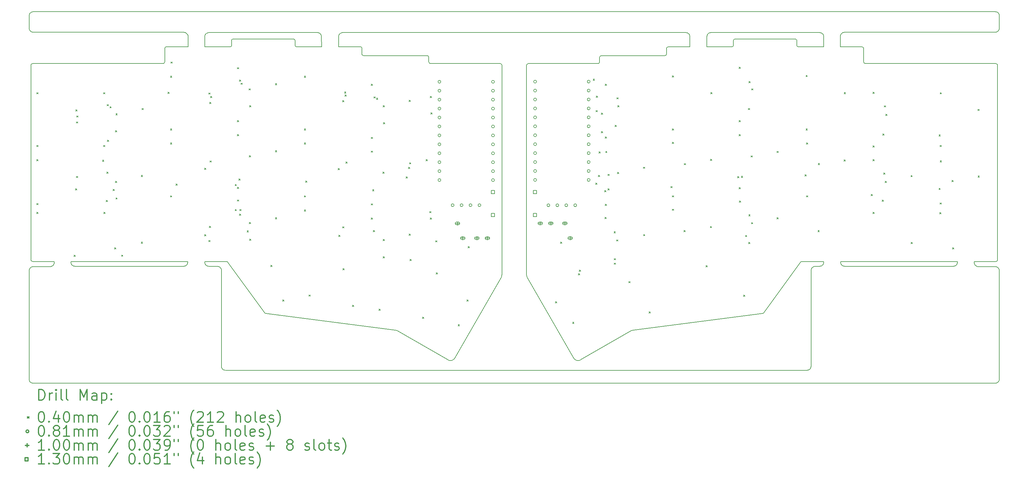
<source format=gbr>
%FSLAX45Y45*%
G04 Gerber Fmt 4.5, Leading zero omitted, Abs format (unit mm)*
G04 Created by KiCad (PCBNEW 5.1.5+dfsg1-2~bpo10+1) date 2020-09-05 17:28:50*
%MOMM*%
%LPD*%
G04 APERTURE LIST*
%TA.AperFunction,Profile*%
%ADD10C,0.200000*%
%TD*%
%ADD11C,0.200000*%
%ADD12C,0.300000*%
G04 APERTURE END LIST*
D10*
X11526550Y-10267000D02*
X11510818Y-10262657D01*
X11510818Y-10262657D02*
X11494267Y-10258946D01*
X11494267Y-10258946D02*
X11477035Y-10255985D01*
X11477035Y-10255985D02*
X11461094Y-10254046D01*
X6704390Y-8316663D02*
X6692765Y-8308003D01*
X6692765Y-8308003D02*
X6677894Y-8302800D01*
X6677894Y-8302800D02*
X6669034Y-8302007D01*
X7758693Y-9762379D02*
X7770203Y-9770964D01*
X7770203Y-9770964D02*
X7785039Y-9776193D01*
X7785039Y-9776193D02*
X7794049Y-9777009D01*
X14471321Y-8761772D02*
X14478272Y-8748362D01*
X14478272Y-8748362D02*
X14484137Y-8734027D01*
X14484137Y-8734027D02*
X14488930Y-8718214D01*
X14488930Y-8718214D02*
X14492252Y-8701436D01*
X14492252Y-8701436D02*
X14493931Y-8683023D01*
X14493931Y-8683023D02*
X14494030Y-8674523D01*
X10518882Y-2401771D02*
X10518882Y-2251911D01*
X12369016Y-2451809D02*
X10568920Y-2451809D01*
X14494030Y-2727017D02*
X14491052Y-2709993D01*
X14491052Y-2709993D02*
X14483948Y-2696917D01*
X14483948Y-2696917D02*
X14473872Y-2686908D01*
X14473872Y-2686908D02*
X14460831Y-2679923D01*
X14460831Y-2679923D02*
X14444042Y-2677030D01*
X14493978Y-2726890D02*
X14493978Y-8674295D01*
X5571750Y-8302031D02*
X2256750Y-8302031D01*
X1119037Y-2727017D02*
X1118860Y-8251893D01*
X4868912Y-2676853D02*
X1169050Y-2677030D01*
X8568926Y-1976829D02*
X6868906Y-1976829D01*
X8618964Y-2151835D02*
X8618964Y-2026867D01*
X10468844Y-2201873D02*
X9856750Y-2201873D01*
X11526550Y-10267000D02*
X12955958Y-11093108D01*
X12418800Y-2501847D02*
X12419029Y-2627018D01*
X12419029Y-2502024D02*
X12416057Y-2484993D01*
X12416057Y-2484993D02*
X12408956Y-2471911D01*
X12408956Y-2471911D02*
X12398925Y-2461930D01*
X12398925Y-2461930D02*
X12385918Y-2454936D01*
X12385918Y-2454936D02*
X12369042Y-2452012D01*
X4918950Y-2251911D02*
X4918950Y-2626815D01*
X6768830Y-2201873D02*
X6057750Y-2201873D01*
X6819046Y-2027019D02*
X6818868Y-2151835D01*
X14443940Y-2676853D02*
X12469041Y-2677030D01*
X1119037Y-8252020D02*
X1122036Y-8269103D01*
X1122036Y-8269103D02*
X1129079Y-8282068D01*
X1129079Y-8282068D02*
X1139101Y-8292059D01*
X1139101Y-8292059D02*
X1152108Y-8299069D01*
X1152108Y-8299069D02*
X1169049Y-8302007D01*
X1169049Y-8302007D02*
X1169050Y-8302007D01*
X1169050Y-2677030D02*
X1151965Y-2680020D01*
X1151965Y-2680020D02*
X1138981Y-2687068D01*
X1138981Y-2687068D02*
X1128955Y-2697134D01*
X1128955Y-2697134D02*
X1121958Y-2710149D01*
X1121958Y-2710149D02*
X1119037Y-2727017D01*
X1119037Y-2727017D02*
X1119037Y-2727017D01*
X4869039Y-2677030D02*
X4886123Y-2674039D01*
X4886123Y-2674039D02*
X4899107Y-2666991D01*
X4899107Y-2666991D02*
X4909133Y-2656926D01*
X4909133Y-2656926D02*
X4916127Y-2643919D01*
X4916127Y-2643919D02*
X4919051Y-2627043D01*
X4919051Y-2627043D02*
X4919051Y-2627018D01*
X4969038Y-2202025D02*
X4951960Y-2205022D01*
X4951960Y-2205022D02*
X4938983Y-2212072D01*
X4938983Y-2212072D02*
X4928912Y-2222205D01*
X4928912Y-2222205D02*
X4921918Y-2235294D01*
X4921918Y-2235294D02*
X4919051Y-2252013D01*
X6769033Y-2202025D02*
X6786118Y-2199034D01*
X6786118Y-2199034D02*
X6799102Y-2191986D01*
X6799102Y-2191986D02*
X6809127Y-2181921D01*
X6809127Y-2181921D02*
X6816121Y-2168914D01*
X6816121Y-2168914D02*
X6819046Y-2152038D01*
X6819046Y-2152038D02*
X6819046Y-2152013D01*
X6869033Y-1977007D02*
X6851949Y-1980005D01*
X6851949Y-1980005D02*
X6838969Y-1987060D01*
X6838969Y-1987060D02*
X6828948Y-1997131D01*
X6828948Y-1997131D02*
X6821945Y-2010186D01*
X6821945Y-2010186D02*
X6819046Y-2027019D01*
X6819046Y-2027019D02*
X6819046Y-2027019D01*
X8619041Y-2027019D02*
X8616070Y-2009988D01*
X8616070Y-2009988D02*
X8608968Y-1996905D01*
X8608968Y-1996905D02*
X8598936Y-1986925D01*
X8598936Y-1986925D02*
X8585929Y-1979930D01*
X8585929Y-1979930D02*
X8569053Y-1977007D01*
X8569053Y-1977007D02*
X8569053Y-1977007D01*
X8619041Y-2152013D02*
X8622031Y-2169097D01*
X8622031Y-2169097D02*
X8629067Y-2182066D01*
X8629067Y-2182066D02*
X8639144Y-2192107D01*
X8639144Y-2192107D02*
X8652196Y-2199117D01*
X8652196Y-2199117D02*
X8669028Y-2202025D01*
X8669028Y-2202025D02*
X8669053Y-2202025D01*
X10519035Y-2252013D02*
X10516057Y-2234988D01*
X10516057Y-2234988D02*
X10508954Y-2221912D01*
X10508954Y-2221912D02*
X10498877Y-2211903D01*
X10498877Y-2211903D02*
X10485837Y-2204918D01*
X10485837Y-2204918D02*
X10469048Y-2202025D01*
X10519035Y-2402025D02*
X10522034Y-2419108D01*
X10522034Y-2419108D02*
X10529077Y-2432073D01*
X10529077Y-2432073D02*
X10539099Y-2442064D01*
X10539099Y-2442064D02*
X10552106Y-2449073D01*
X10552106Y-2449073D02*
X10569047Y-2452012D01*
X13148770Y-11055161D02*
X14471372Y-8761925D01*
X13148460Y-11055623D02*
X13148770Y-11055161D01*
X12955958Y-11093108D02*
X12968600Y-11100697D01*
X12968600Y-11100697D02*
X12982358Y-11107061D01*
X12982358Y-11107061D02*
X12997579Y-11112106D01*
X12997579Y-11112106D02*
X13014393Y-11115504D01*
X13014393Y-11115504D02*
X13033176Y-11116804D01*
X13033176Y-11116804D02*
X13052074Y-11115538D01*
X13052074Y-11115538D02*
X13068790Y-11112218D01*
X13068790Y-11112218D02*
X13084031Y-11107257D01*
X13084031Y-11107257D02*
X13098425Y-11100666D01*
X13098425Y-11100666D02*
X13110948Y-11093169D01*
X13110948Y-11093169D02*
X13123286Y-11083817D01*
X13123286Y-11083817D02*
X13133583Y-11074103D01*
X13133583Y-11074103D02*
X13142927Y-11063266D01*
X13142927Y-11063266D02*
X13148460Y-11055623D01*
X7794049Y-9777009D02*
X11461094Y-10254046D01*
X6704390Y-8316663D02*
X7758693Y-9762379D01*
X12419029Y-2627018D02*
X12422019Y-2644102D01*
X12422019Y-2644102D02*
X12429056Y-2657071D01*
X12429056Y-2657071D02*
X12439133Y-2667112D01*
X12439133Y-2667112D02*
X12452185Y-2674122D01*
X12452185Y-2674122D02*
X12469017Y-2677030D01*
X12469017Y-2677030D02*
X12469041Y-2677030D01*
X8669053Y-2202025D02*
X9372750Y-2202025D01*
X4969038Y-2202025D02*
X5581750Y-2202025D01*
X1169050Y-8302007D02*
X1780750Y-8302031D01*
X6669034Y-8302007D02*
X6055750Y-8302107D01*
X23020466Y-8302807D02*
X23632750Y-8302807D01*
X28520450Y-8302807D02*
X27907750Y-8302807D01*
X24720462Y-2202825D02*
X24107750Y-2202825D01*
X21020447Y-2202825D02*
X20316750Y-2202825D01*
X17220483Y-2677830D02*
X17220459Y-2677830D01*
X17270471Y-2627818D02*
X17267480Y-2644902D01*
X17267480Y-2644902D02*
X17260432Y-2657886D01*
X17260432Y-2657886D02*
X17250366Y-2667912D01*
X17250366Y-2667912D02*
X17237359Y-2674906D01*
X17237359Y-2674906D02*
X17220483Y-2677830D01*
X22985109Y-8317463D02*
X21930807Y-9763179D01*
X21930807Y-9763179D02*
X21919297Y-9771764D01*
X21919297Y-9771764D02*
X21904478Y-9776989D01*
X21904478Y-9776989D02*
X21895451Y-9777809D01*
X21895451Y-9777809D02*
X18228406Y-10254846D01*
X16733542Y-11093908D02*
X16720948Y-11101472D01*
X16720948Y-11101472D02*
X16707141Y-11107861D01*
X16707141Y-11107861D02*
X16691869Y-11112919D01*
X16691869Y-11112919D02*
X16675185Y-11116293D01*
X16675185Y-11116293D02*
X16656479Y-11117604D01*
X16656479Y-11117604D02*
X16637683Y-11116372D01*
X16637683Y-11116372D02*
X16620910Y-11113070D01*
X16620910Y-11113070D02*
X16605468Y-11108057D01*
X16605468Y-11108057D02*
X16591631Y-11101759D01*
X16591631Y-11101759D02*
X16578924Y-11094219D01*
X16578924Y-11094219D02*
X16567357Y-11085580D01*
X16567357Y-11085580D02*
X16556782Y-11075801D01*
X16556782Y-11075801D02*
X16547270Y-11064957D01*
X16547270Y-11064957D02*
X16541040Y-11056423D01*
X16541040Y-11056423D02*
X16540730Y-11055961D01*
X16540730Y-11055961D02*
X15218128Y-8762725D01*
X19170465Y-2402825D02*
X19167472Y-2419890D01*
X19167472Y-2419890D02*
X19160411Y-2432888D01*
X19160411Y-2432888D02*
X19150310Y-2442931D01*
X19150310Y-2442931D02*
X19137177Y-2449950D01*
X19137177Y-2449950D02*
X19120453Y-2452812D01*
X19170465Y-2252813D02*
X19173461Y-2235734D01*
X19173461Y-2235734D02*
X19180512Y-2222757D01*
X19180512Y-2222757D02*
X19190645Y-2212686D01*
X19190645Y-2212686D02*
X19203734Y-2205692D01*
X19203734Y-2205692D02*
X19220452Y-2202825D01*
X21020472Y-2202825D02*
X21020447Y-2202825D01*
X21070459Y-2152813D02*
X21067469Y-2169897D01*
X21067469Y-2169897D02*
X21060421Y-2182881D01*
X21060421Y-2182881D02*
X21050355Y-2192907D01*
X21050355Y-2192907D02*
X21037348Y-2199901D01*
X21037348Y-2199901D02*
X21020472Y-2202825D01*
X21120447Y-1977807D02*
X21120447Y-1977807D01*
X21070459Y-2027819D02*
X21073449Y-2010734D01*
X21073449Y-2010734D02*
X21080497Y-1997750D01*
X21080497Y-1997750D02*
X21090563Y-1987725D01*
X21090563Y-1987725D02*
X21103579Y-1980727D01*
X21103579Y-1980727D02*
X21120447Y-1977807D01*
X22870454Y-2027819D02*
X22870454Y-2027819D01*
X22820467Y-1977807D02*
X22837550Y-1980805D01*
X22837550Y-1980805D02*
X22850515Y-1987848D01*
X22850515Y-1987848D02*
X22860506Y-1997870D01*
X22860506Y-1997870D02*
X22867516Y-2010878D01*
X22867516Y-2010878D02*
X22870454Y-2027819D01*
X22870454Y-2152838D02*
X22870454Y-2152813D01*
X22920466Y-2202825D02*
X22903435Y-2199854D01*
X22903435Y-2199854D02*
X22890353Y-2192752D01*
X22890353Y-2192752D02*
X22880338Y-2182675D01*
X22880338Y-2182675D02*
X22873349Y-2169633D01*
X22873349Y-2169633D02*
X22870454Y-2152838D01*
X24720462Y-2202825D02*
X24737539Y-2205822D01*
X24737539Y-2205822D02*
X24750501Y-2212861D01*
X24750501Y-2212861D02*
X24760492Y-2222877D01*
X24760492Y-2222877D02*
X24767542Y-2235986D01*
X24767542Y-2235986D02*
X24770449Y-2252813D01*
X24770449Y-2627843D02*
X24770449Y-2627818D01*
X24820461Y-2677830D02*
X24803430Y-2674859D01*
X24803430Y-2674859D02*
X24790347Y-2667757D01*
X24790347Y-2667757D02*
X24780333Y-2657680D01*
X24780333Y-2657680D02*
X24773344Y-2644638D01*
X24773344Y-2644638D02*
X24770449Y-2627843D01*
X28570463Y-2727817D02*
X28570463Y-2727817D01*
X28520450Y-2677830D02*
X28537534Y-2680820D01*
X28537534Y-2680820D02*
X28550503Y-2687857D01*
X28550503Y-2687857D02*
X28560544Y-2697934D01*
X28560544Y-2697934D02*
X28567554Y-2710985D01*
X28567554Y-2710985D02*
X28570463Y-2727817D01*
X28520451Y-8302807D02*
X28520450Y-8302807D01*
X28570463Y-8252820D02*
X28567470Y-8269885D01*
X28567470Y-8269885D02*
X28560409Y-8282883D01*
X28560409Y-8282883D02*
X28550308Y-8292926D01*
X28550308Y-8292926D02*
X28537175Y-8299946D01*
X28537175Y-8299946D02*
X28520451Y-8302807D01*
X22985109Y-8317463D02*
X22996550Y-8308903D01*
X22996550Y-8308903D02*
X23011342Y-8303648D01*
X23011342Y-8303648D02*
X23020466Y-8302807D01*
X15245559Y-2677653D02*
X17220459Y-2677830D01*
X22870632Y-2027667D02*
X22870632Y-2152635D01*
X22920670Y-2202673D02*
X23631750Y-2202673D01*
X24770550Y-2252711D02*
X24770550Y-2627615D01*
X17270471Y-2502824D02*
X17273461Y-2485740D01*
X17273461Y-2485740D02*
X17280509Y-2472756D01*
X17280509Y-2472756D02*
X17290575Y-2462730D01*
X17290575Y-2462730D02*
X17303590Y-2455733D01*
X17303590Y-2455733D02*
X17320458Y-2452812D01*
X17270700Y-2502647D02*
X17270471Y-2627818D01*
X18162950Y-10267800D02*
X16733542Y-11093908D01*
X19220656Y-2202673D02*
X19832750Y-2202673D01*
X21070536Y-2152635D02*
X21070536Y-2027667D01*
X21120574Y-1977629D02*
X22820594Y-1977629D01*
X24820588Y-2677653D02*
X28520450Y-2677830D01*
X28570463Y-2727817D02*
X28570640Y-8252693D01*
X24117750Y-8302731D02*
X27432750Y-8302731D01*
X15195522Y-2727690D02*
X15195522Y-8675095D01*
X15195470Y-2727817D02*
X15198466Y-2710739D01*
X15198466Y-2710739D02*
X15205517Y-2697762D01*
X15205517Y-2697762D02*
X15215650Y-2687691D01*
X15215650Y-2687691D02*
X15228740Y-2680697D01*
X15228740Y-2680697D02*
X15245458Y-2677830D01*
X17320484Y-2452609D02*
X19120580Y-2452609D01*
X19170618Y-2402571D02*
X19170618Y-2252711D01*
X15218179Y-8762572D02*
X15211302Y-8749324D01*
X15211302Y-8749324D02*
X15205422Y-8734994D01*
X15205422Y-8734994D02*
X15200700Y-8719531D01*
X15200700Y-8719531D02*
X15197338Y-8702852D01*
X15197338Y-8702852D02*
X15195598Y-8684582D01*
X15195598Y-8684582D02*
X15195470Y-8675323D01*
X18162950Y-10267800D02*
X18178681Y-10263457D01*
X18178681Y-10263457D02*
X18195232Y-10259746D01*
X18195232Y-10259746D02*
X18212464Y-10256785D01*
X18212464Y-10256785D02*
X18228406Y-10254846D01*
X2256250Y-8325300D02*
X2258600Y-8347600D01*
X2256250Y-8324700D02*
X2256250Y-8325300D01*
X2256750Y-8302031D02*
X2256250Y-8324700D01*
X1778860Y-8348800D02*
X1778770Y-8349300D01*
X1778960Y-8348400D02*
X1778860Y-8348800D01*
X1778960Y-8348300D02*
X1778960Y-8348400D01*
X1778960Y-8348300D02*
X1778960Y-8348300D01*
X1778960Y-8348300D02*
X1778960Y-8348300D01*
X1781230Y-8325200D02*
X1778960Y-8348300D01*
X1781230Y-8325200D02*
X1781230Y-8325200D01*
X1781250Y-8325000D02*
X1781230Y-8325200D01*
X1780750Y-8302031D02*
X1781250Y-8325000D01*
X1068750Y-8562500D02*
X1068750Y-11649700D01*
X28619450Y-8560800D02*
X28619550Y-11648600D01*
X6582070Y-11374500D02*
X6601660Y-11384900D01*
X19798350Y-1830660D02*
X19781150Y-1816630D01*
X19781150Y-1816630D02*
X19761550Y-1806210D01*
X28586450Y-11729000D02*
X28600450Y-11711800D01*
X28030250Y-8447600D02*
X28007150Y-8445300D01*
X6056250Y-1912500D02*
X6057750Y-2201873D01*
X6058440Y-1890160D02*
X6056250Y-1912500D01*
X6064860Y-1868910D02*
X6058440Y-1890160D01*
X6075280Y-1849320D02*
X6064860Y-1868910D01*
X6089300Y-1832120D02*
X6075280Y-1849320D01*
X6106410Y-1817970D02*
X6089300Y-1832120D01*
X6125930Y-1807410D02*
X6106410Y-1817970D01*
X6147130Y-1800850D02*
X6125930Y-1807410D01*
X6169440Y-1798500D02*
X6147130Y-1800850D01*
X6170020Y-1798500D02*
X6169440Y-1798500D01*
X9257260Y-1798500D02*
X6170020Y-1798500D01*
X9279590Y-1800690D02*
X9257260Y-1798500D01*
X9300840Y-1807110D02*
X9279590Y-1800690D01*
X9320430Y-1817530D02*
X9300840Y-1807110D01*
X9337630Y-1831560D02*
X9320430Y-1817530D01*
X9351780Y-1848660D02*
X9337630Y-1831560D01*
X9362340Y-1868180D02*
X9351780Y-1848660D01*
X9368900Y-1889380D02*
X9362340Y-1868180D01*
X9371250Y-1911690D02*
X9368900Y-1889380D01*
X9371250Y-1912270D02*
X9371250Y-1911690D01*
X9372750Y-2202025D02*
X9371250Y-1912270D01*
X20317050Y-1911600D02*
X20316750Y-2202825D01*
X20319150Y-1889260D02*
X20317050Y-1911600D01*
X20325650Y-1868010D02*
X20319150Y-1889260D01*
X20336050Y-1848420D02*
X20325650Y-1868010D01*
X20350050Y-1831220D02*
X20336050Y-1848420D01*
X20367150Y-1817070D02*
X20350050Y-1831220D01*
X20386650Y-1806510D02*
X20367150Y-1817070D01*
X20407850Y-1799950D02*
X20386650Y-1806510D01*
X20430150Y-1797600D02*
X20407850Y-1799950D01*
X20430750Y-1797600D02*
X20430150Y-1797600D01*
X23518050Y-1797600D02*
X20430750Y-1797600D01*
X23540350Y-1799790D02*
X23518050Y-1797600D01*
X23561550Y-1806210D02*
X23540350Y-1799790D01*
X23581150Y-1816630D02*
X23561550Y-1806210D01*
X23598350Y-1830660D02*
X23581150Y-1816630D01*
X23612550Y-1847760D02*
X23598350Y-1830660D01*
X23623050Y-1867280D02*
X23612550Y-1847760D01*
X23629650Y-1888480D02*
X23623050Y-1867280D01*
X23631950Y-1910790D02*
X23629650Y-1888480D01*
X23631950Y-1911370D02*
X23631950Y-1910790D01*
X23631750Y-2202673D02*
X23631950Y-1911370D01*
X5571250Y-8324500D02*
X5571750Y-8302031D01*
X5569060Y-8346800D02*
X5571250Y-8324500D01*
X5562640Y-8368100D02*
X5569060Y-8346800D01*
X5552220Y-8387700D02*
X5562640Y-8368100D01*
X5538200Y-8404900D02*
X5552220Y-8387700D01*
X5521090Y-8419000D02*
X5538200Y-8404900D01*
X5501570Y-8429600D02*
X5521090Y-8419000D01*
X5480370Y-8436200D02*
X5501570Y-8429600D01*
X5458060Y-8438500D02*
X5480370Y-8436200D01*
X5457480Y-8438500D02*
X5458060Y-8438500D01*
X2370240Y-8438500D02*
X5457480Y-8438500D01*
X2347910Y-8436300D02*
X2370240Y-8438500D01*
X2326660Y-8429900D02*
X2347910Y-8436300D01*
X2307070Y-8419500D02*
X2326660Y-8429900D01*
X2289860Y-8405400D02*
X2307070Y-8419500D01*
X2275720Y-8388300D02*
X2289860Y-8405400D01*
X2265160Y-8368800D02*
X2275720Y-8388300D01*
X2258600Y-8347600D02*
X2265160Y-8368800D01*
X27431950Y-8323600D02*
X27432750Y-8302731D01*
X27429850Y-8345900D02*
X27431950Y-8323600D01*
X27423350Y-8367200D02*
X27429850Y-8345900D01*
X27412950Y-8386800D02*
X27423350Y-8367200D01*
X27398950Y-8404000D02*
X27412950Y-8386800D01*
X27381850Y-8418100D02*
X27398950Y-8404000D01*
X27362350Y-8428700D02*
X27381850Y-8418100D01*
X27341150Y-8435300D02*
X27362350Y-8428700D01*
X27318850Y-8437600D02*
X27341150Y-8435300D01*
X27318250Y-8437600D02*
X27318850Y-8437600D01*
X24230950Y-8437600D02*
X27318250Y-8437600D01*
X24208650Y-8435400D02*
X24230950Y-8437600D01*
X24187450Y-8429000D02*
X24208650Y-8435400D01*
X24167850Y-8418600D02*
X24187450Y-8429000D01*
X24150650Y-8404500D02*
X24167850Y-8418600D01*
X24136450Y-8387400D02*
X24150650Y-8404500D01*
X24125950Y-8367900D02*
X24136450Y-8387400D01*
X24119350Y-8346700D02*
X24125950Y-8367900D01*
X24117050Y-8324400D02*
X24119350Y-8346700D01*
X24117050Y-8323800D02*
X24117050Y-8324400D01*
X24117750Y-8302731D02*
X24117050Y-8323800D01*
X9856250Y-1912500D02*
X9856750Y-2201873D01*
X9858450Y-1890160D02*
X9856250Y-1912500D01*
X9864850Y-1868910D02*
X9858450Y-1890160D01*
X9875250Y-1849320D02*
X9864850Y-1868910D01*
X9889350Y-1832120D02*
X9875250Y-1849320D01*
X9906450Y-1817970D02*
X9889350Y-1832120D01*
X9925950Y-1807410D02*
X9906450Y-1817970D01*
X9947150Y-1800850D02*
X9925950Y-1807410D01*
X9969450Y-1798500D02*
X9947150Y-1800850D01*
X9970050Y-1798500D02*
X9969450Y-1798500D01*
X19718050Y-1797600D02*
X9970050Y-1798500D01*
X19740350Y-1799790D02*
X19718050Y-1797600D01*
X19761550Y-1806210D02*
X19740350Y-1799790D01*
X19812550Y-1847760D02*
X19798350Y-1830660D01*
X19823050Y-1867280D02*
X19812550Y-1847760D01*
X19829650Y-1888480D02*
X19823050Y-1867280D01*
X19831950Y-1910790D02*
X19829650Y-1888480D01*
X19831950Y-1911370D02*
X19831950Y-1910790D01*
X19832750Y-2202673D02*
X19831950Y-1911370D01*
X23632050Y-8323600D02*
X23632750Y-8302807D01*
X23629850Y-8345900D02*
X23632050Y-8323600D01*
X23623350Y-8367200D02*
X23629850Y-8345900D01*
X23612950Y-8386800D02*
X23623350Y-8367200D01*
X23598950Y-8404000D02*
X23612950Y-8386800D01*
X23581850Y-8418100D02*
X23598950Y-8404000D01*
X23562350Y-8428700D02*
X23581850Y-8418100D01*
X23541150Y-8435300D02*
X23562350Y-8428700D01*
X23518850Y-8437600D02*
X23541150Y-8435300D01*
X23518250Y-8437600D02*
X23518850Y-8437600D01*
X23399250Y-8437600D02*
X23518250Y-8437600D01*
X23399250Y-8437600D02*
X23399250Y-8437600D01*
X23398650Y-8437600D02*
X23399250Y-8437600D01*
X23398450Y-8437600D02*
X23398650Y-8437600D01*
X23398250Y-8437600D02*
X23398450Y-8437600D01*
X23398150Y-8437600D02*
X23398250Y-8437600D01*
X23375050Y-8440100D02*
X23398150Y-8437600D01*
X23374650Y-8440100D02*
X23375050Y-8440100D01*
X23374250Y-8440200D02*
X23374650Y-8440100D01*
X23374150Y-8440300D02*
X23374250Y-8440200D01*
X23374150Y-8440300D02*
X23374150Y-8440300D01*
X23352050Y-8447100D02*
X23374150Y-8440300D01*
X23351550Y-8447300D02*
X23352050Y-8447100D01*
X23351150Y-8447400D02*
X23351550Y-8447300D01*
X23351150Y-8447500D02*
X23351150Y-8447400D01*
X23351150Y-8447500D02*
X23351150Y-8447500D01*
X23351150Y-8447500D02*
X23351150Y-8447500D01*
X23330750Y-8458500D02*
X23351150Y-8447500D01*
X23330350Y-8458800D02*
X23330750Y-8458500D01*
X23329950Y-8459000D02*
X23330350Y-8458800D01*
X23329950Y-8459100D02*
X23329950Y-8459000D01*
X23312050Y-8473800D02*
X23329950Y-8459100D01*
X23311750Y-8474100D02*
X23312050Y-8473800D01*
X23311450Y-8474500D02*
X23311750Y-8474100D01*
X23311350Y-8474500D02*
X23311450Y-8474500D01*
X23296750Y-8492500D02*
X23311350Y-8474500D01*
X23296450Y-8492900D02*
X23296750Y-8492500D01*
X23296250Y-8493200D02*
X23296450Y-8492900D01*
X23296150Y-8493300D02*
X23296250Y-8493200D01*
X23296150Y-8493300D02*
X23296150Y-8493300D01*
X23296150Y-8493300D02*
X23296150Y-8493300D01*
X23285250Y-8513800D02*
X23296150Y-8493300D01*
X23285150Y-8514200D02*
X23285250Y-8513800D01*
X23284950Y-8514600D02*
X23285150Y-8514200D01*
X23284950Y-8514700D02*
X23284950Y-8514600D01*
X23278250Y-8536800D02*
X23284950Y-8514700D01*
X23278150Y-8537300D02*
X23278250Y-8536800D01*
X23278050Y-8537700D02*
X23278150Y-8537300D01*
X23278050Y-8537800D02*
X23278050Y-8537700D01*
X23278050Y-8537800D02*
X23278050Y-8537800D01*
X23278050Y-8537800D02*
X23278050Y-8537800D01*
X23275750Y-8560900D02*
X23278050Y-8537800D01*
X23275750Y-8560900D02*
X23275750Y-8560900D01*
X23275750Y-8561100D02*
X23275750Y-8560900D01*
X23275750Y-11278600D02*
X23275750Y-8561100D01*
X23273550Y-11300900D02*
X23275750Y-11278600D01*
X23267150Y-11322200D02*
X23273550Y-11300900D01*
X23256750Y-11341800D02*
X23267150Y-11322200D01*
X23242650Y-11359000D02*
X23256750Y-11341800D01*
X23225550Y-11373100D02*
X23242650Y-11359000D01*
X23206050Y-11383700D02*
X23225550Y-11373100D01*
X23184850Y-11390300D02*
X23206050Y-11383700D01*
X23162550Y-11392600D02*
X23184850Y-11390300D01*
X23161950Y-11392600D02*
X23162550Y-11392600D01*
X6645450Y-11393400D02*
X23161950Y-11392600D01*
X6622910Y-11391300D02*
X6645240Y-11393500D01*
X6601660Y-11384900D02*
X6622910Y-11391300D01*
X6564860Y-11360400D02*
X6582070Y-11374500D01*
X6550720Y-11343300D02*
X6564860Y-11360400D01*
X6540160Y-11323800D02*
X6550720Y-11343300D01*
X6533600Y-11302600D02*
X6540160Y-11323800D01*
X6531250Y-11280300D02*
X6533600Y-11302600D01*
X6531250Y-11279700D02*
X6531250Y-11280300D01*
X6531250Y-8562000D02*
X6531250Y-11279700D01*
X6531250Y-8562000D02*
X6531250Y-8562000D01*
X6531250Y-8561400D02*
X6531250Y-8562000D01*
X6531220Y-8561200D02*
X6531250Y-8561400D01*
X6531230Y-8561000D02*
X6531220Y-8561200D01*
X6531220Y-8560900D02*
X6531230Y-8561000D01*
X6528800Y-8537900D02*
X6531220Y-8560900D01*
X6528710Y-8537400D02*
X6528800Y-8537900D01*
X6528620Y-8537000D02*
X6528710Y-8537400D01*
X6528600Y-8536900D02*
X6528620Y-8537000D01*
X6521750Y-8514800D02*
X6528600Y-8536900D01*
X6521570Y-8514300D02*
X6521750Y-8514800D01*
X6521400Y-8513900D02*
X6521570Y-8514300D01*
X6521370Y-8513900D02*
X6521400Y-8513900D01*
X6521370Y-8513900D02*
X6521370Y-8513900D01*
X6521370Y-8513900D02*
X6521370Y-8513900D01*
X6510350Y-8493500D02*
X6521370Y-8513900D01*
X6510090Y-8493100D02*
X6510350Y-8493500D01*
X6509840Y-8492700D02*
X6510090Y-8493100D01*
X6509800Y-8492700D02*
X6509840Y-8492700D01*
X6495030Y-8474800D02*
X6509800Y-8492700D01*
X6494700Y-8474500D02*
X6495030Y-8474800D01*
X6494390Y-8474200D02*
X6494700Y-8474500D01*
X6494340Y-8474100D02*
X6494390Y-8474200D01*
X6476380Y-8459500D02*
X6494340Y-8474100D01*
X6476000Y-8459200D02*
X6476380Y-8459500D01*
X6475620Y-8459000D02*
X6476000Y-8459200D01*
X6475560Y-8458900D02*
X6475620Y-8459000D01*
X6475560Y-8458900D02*
X6475560Y-8458900D01*
X6475560Y-8458900D02*
X6475560Y-8458900D01*
X6455100Y-8448000D02*
X6475560Y-8458900D01*
X6454680Y-8447900D02*
X6455100Y-8448000D01*
X6454260Y-8447700D02*
X6454680Y-8447900D01*
X6454200Y-8447700D02*
X6454260Y-8447700D01*
X6432010Y-8441000D02*
X6454200Y-8447700D01*
X6431560Y-8440900D02*
X6432010Y-8441000D01*
X6431120Y-8440800D02*
X6431560Y-8440900D01*
X6431050Y-8440800D02*
X6431120Y-8440800D01*
X6431050Y-8440800D02*
X6431050Y-8440800D01*
X6431050Y-8440800D02*
X6431050Y-8440800D01*
X6407990Y-8438500D02*
X6431050Y-8440800D01*
X6407990Y-8438500D02*
X6407990Y-8438500D01*
X6407740Y-8438500D02*
X6407990Y-8438500D01*
X6170240Y-8438500D02*
X6407740Y-8438500D01*
X6147910Y-8436300D02*
X6170240Y-8438500D01*
X6126660Y-8429900D02*
X6147910Y-8436300D01*
X6107070Y-8419500D02*
X6126660Y-8429900D01*
X6089860Y-8405400D02*
X6107070Y-8419500D01*
X6075720Y-8388300D02*
X6089860Y-8405400D01*
X6065160Y-8368800D02*
X6075720Y-8388300D01*
X6058600Y-8347600D02*
X6065160Y-8368800D01*
X6056250Y-8325300D02*
X6058600Y-8347600D01*
X6056250Y-8324700D02*
X6056250Y-8325300D01*
X6055750Y-8302107D02*
X6056250Y-8324700D01*
X5581250Y-1912010D02*
X5581750Y-2202025D01*
X5581250Y-1912000D02*
X5581250Y-1912010D01*
X5581250Y-1911410D02*
X5581250Y-1912000D01*
X5581220Y-1911190D02*
X5581250Y-1911410D01*
X5581230Y-1910970D02*
X5581220Y-1911190D01*
X5581220Y-1910900D02*
X5581230Y-1910970D01*
X5578800Y-1887850D02*
X5581220Y-1910900D01*
X5578710Y-1887410D02*
X5578800Y-1887850D01*
X5578620Y-1886960D02*
X5578710Y-1887410D01*
X5578600Y-1886900D02*
X5578620Y-1886960D01*
X5571750Y-1864760D02*
X5578600Y-1886900D01*
X5571570Y-1864340D02*
X5571750Y-1864760D01*
X5571400Y-1863920D02*
X5571570Y-1864340D01*
X5571370Y-1863860D02*
X5571400Y-1863920D01*
X5571370Y-1863860D02*
X5571370Y-1863860D01*
X5571370Y-1863860D02*
X5571370Y-1863860D01*
X5560350Y-1843470D02*
X5571370Y-1863860D01*
X5560090Y-1843090D02*
X5560350Y-1843470D01*
X5559840Y-1842710D02*
X5560090Y-1843090D01*
X5559800Y-1842660D02*
X5559840Y-1842710D01*
X5545030Y-1824800D02*
X5559800Y-1842660D01*
X5544700Y-1824480D02*
X5545030Y-1824800D01*
X5544390Y-1824160D02*
X5544700Y-1824480D01*
X5544340Y-1824120D02*
X5544390Y-1824160D01*
X5526380Y-1809470D02*
X5544340Y-1824120D01*
X5526000Y-1809220D02*
X5526380Y-1809470D01*
X5525620Y-1808960D02*
X5526000Y-1809220D01*
X5525560Y-1808930D02*
X5525620Y-1808960D01*
X5525560Y-1808930D02*
X5525560Y-1808930D01*
X5525560Y-1808930D02*
X5525560Y-1808930D01*
X5505100Y-1798050D02*
X5525560Y-1808930D01*
X5504680Y-1797870D02*
X5505100Y-1798050D01*
X5504260Y-1797700D02*
X5504680Y-1797870D01*
X5504200Y-1797680D02*
X5504260Y-1797700D01*
X5482010Y-1790980D02*
X5504200Y-1797680D01*
X5481560Y-1790890D02*
X5482010Y-1790980D01*
X5481120Y-1790790D02*
X5481560Y-1790890D01*
X5481050Y-1790790D02*
X5481120Y-1790790D01*
X5481050Y-1790790D02*
X5481050Y-1790790D01*
X5481050Y-1790790D02*
X5481050Y-1790790D01*
X5457990Y-1788530D02*
X5481050Y-1790790D01*
X5457990Y-1788530D02*
X5457990Y-1788530D01*
X5457740Y-1788500D02*
X5457990Y-1788530D01*
X1182740Y-1788500D02*
X5457740Y-1788500D01*
X1160410Y-1786310D02*
X1182740Y-1788500D01*
X1139160Y-1779900D02*
X1160410Y-1786310D01*
X1119570Y-1769480D02*
X1139160Y-1779900D01*
X1102360Y-1755450D02*
X1119570Y-1769480D01*
X1088220Y-1738350D02*
X1102360Y-1755450D01*
X1077660Y-1718820D02*
X1088220Y-1738350D01*
X1071100Y-1697620D02*
X1077660Y-1718820D01*
X1068750Y-1675310D02*
X1071100Y-1697620D01*
X1068750Y-1674730D02*
X1068750Y-1675310D01*
X1068750Y-1318750D02*
X1068750Y-1674730D01*
X1070940Y-1296410D02*
X1068750Y-1318750D01*
X1077360Y-1275160D02*
X1070940Y-1296410D01*
X1087780Y-1255570D02*
X1077360Y-1275160D01*
X1101800Y-1238370D02*
X1087780Y-1255570D01*
X1118910Y-1224220D02*
X1101800Y-1238370D01*
X1138430Y-1213660D02*
X1118910Y-1224220D01*
X1159630Y-1207100D02*
X1138430Y-1213660D01*
X1181940Y-1204750D02*
X1159630Y-1207100D01*
X1182520Y-1204750D02*
X1181940Y-1204750D01*
X28505550Y-1203850D02*
X1182520Y-1204750D01*
X28527850Y-1206040D02*
X28505550Y-1203850D01*
X28549050Y-1212460D02*
X28527850Y-1206040D01*
X28568650Y-1222880D02*
X28549050Y-1212460D01*
X28585850Y-1236910D02*
X28568650Y-1222880D01*
X28600050Y-1254010D02*
X28585850Y-1236910D01*
X28610550Y-1273530D02*
X28600050Y-1254010D01*
X28617150Y-1294730D02*
X28610550Y-1273530D01*
X28619450Y-1317040D02*
X28617150Y-1294730D01*
X28619450Y-1317620D02*
X28619450Y-1317040D01*
X28619550Y-1673610D02*
X28619450Y-1317620D01*
X28617350Y-1695940D02*
X28619550Y-1673610D01*
X28610850Y-1717190D02*
X28617350Y-1695940D01*
X28600450Y-1736790D02*
X28610850Y-1717190D01*
X28586450Y-1753990D02*
X28600450Y-1736790D01*
X28569350Y-1768140D02*
X28586450Y-1753990D01*
X28549850Y-1778690D02*
X28569350Y-1768140D01*
X28528650Y-1785260D02*
X28549850Y-1778690D01*
X28506350Y-1787600D02*
X28528650Y-1785260D01*
X28505750Y-1787600D02*
X28506350Y-1787600D01*
X24230550Y-1787600D02*
X28505750Y-1787600D01*
X24230450Y-1787600D02*
X24230550Y-1787600D01*
X24229950Y-1787600D02*
X24230450Y-1787600D01*
X24229650Y-1787630D02*
X24229950Y-1787600D01*
X24229450Y-1787630D02*
X24229650Y-1787630D01*
X24229350Y-1787630D02*
X24229450Y-1787630D01*
X24206350Y-1790050D02*
X24229350Y-1787630D01*
X24205950Y-1790150D02*
X24206350Y-1790050D01*
X24205450Y-1790230D02*
X24205950Y-1790150D01*
X24205350Y-1790250D02*
X24205450Y-1790230D01*
X24205350Y-1790250D02*
X24205350Y-1790250D01*
X24183250Y-1797100D02*
X24205350Y-1790250D01*
X24182850Y-1797280D02*
X24183250Y-1797100D01*
X24182450Y-1797450D02*
X24182850Y-1797280D01*
X24182350Y-1797480D02*
X24182450Y-1797450D01*
X24182350Y-1797480D02*
X24182350Y-1797480D01*
X24182350Y-1797480D02*
X24182350Y-1797480D01*
X24161950Y-1808510D02*
X24182350Y-1797480D01*
X24161550Y-1808760D02*
X24161950Y-1808510D01*
X24161250Y-1809010D02*
X24161550Y-1808760D01*
X24161150Y-1809050D02*
X24161250Y-1809010D01*
X24143350Y-1823820D02*
X24161150Y-1809050D01*
X24142950Y-1824150D02*
X24143350Y-1823820D01*
X24142650Y-1824460D02*
X24142950Y-1824150D01*
X24142650Y-1824520D02*
X24142650Y-1824460D01*
X24127950Y-1842480D02*
X24142650Y-1824520D01*
X24127750Y-1842850D02*
X24127950Y-1842480D01*
X24127450Y-1843230D02*
X24127750Y-1842850D01*
X24127450Y-1843290D02*
X24127450Y-1843230D01*
X24127450Y-1843290D02*
X24127450Y-1843290D01*
X24127450Y-1843290D02*
X24127450Y-1843290D01*
X24116550Y-1863750D02*
X24127450Y-1843290D01*
X24116350Y-1864170D02*
X24116550Y-1863750D01*
X24116150Y-1864590D02*
X24116350Y-1864170D01*
X24116150Y-1864650D02*
X24116150Y-1864590D01*
X24109450Y-1886840D02*
X24116150Y-1864650D01*
X24109350Y-1887290D02*
X24109450Y-1886840D01*
X24109250Y-1887730D02*
X24109350Y-1887290D01*
X24109250Y-1887800D02*
X24109250Y-1887730D01*
X24109250Y-1887800D02*
X24109250Y-1887800D01*
X24109250Y-1887800D02*
X24109250Y-1887800D01*
X24107050Y-1910860D02*
X24109250Y-1887800D01*
X24106950Y-1911110D02*
X24107050Y-1910860D01*
X24107750Y-2202825D02*
X24106950Y-1911110D01*
X27906950Y-8324100D02*
X27907750Y-8302807D01*
X27907050Y-8324100D02*
X27906950Y-8324100D01*
X27907050Y-8324700D02*
X27907050Y-8324100D01*
X27907050Y-8324900D02*
X27907050Y-8324700D01*
X27907050Y-8325100D02*
X27907050Y-8324900D01*
X27907050Y-8325200D02*
X27907050Y-8325100D01*
X27909450Y-8348300D02*
X27907050Y-8325200D01*
X27909550Y-8348700D02*
X27909450Y-8348300D01*
X27909650Y-8349100D02*
X27909550Y-8348700D01*
X27909650Y-8349200D02*
X27909650Y-8349100D01*
X27916550Y-8371300D02*
X27909650Y-8349200D01*
X27916650Y-8371800D02*
X27916550Y-8371300D01*
X27916850Y-8372200D02*
X27916650Y-8371800D01*
X27916850Y-8372200D02*
X27916850Y-8372200D01*
X27916850Y-8372200D02*
X27916850Y-8372200D01*
X27916850Y-8372200D02*
X27916850Y-8372200D01*
X27927950Y-8392600D02*
X27916850Y-8372200D01*
X27928150Y-8393000D02*
X27927950Y-8392600D01*
X27928450Y-8393400D02*
X27928150Y-8393000D01*
X27928450Y-8393400D02*
X27928450Y-8393400D01*
X27943250Y-8411300D02*
X27928450Y-8393400D01*
X27943550Y-8411600D02*
X27943250Y-8411300D01*
X27943850Y-8411900D02*
X27943550Y-8411600D01*
X27943950Y-8412000D02*
X27943850Y-8411900D01*
X27943950Y-8412000D02*
X27943950Y-8412000D01*
X27943950Y-8412000D02*
X27943950Y-8412000D01*
X27961850Y-8426600D02*
X27943950Y-8412000D01*
X27962250Y-8426900D02*
X27961850Y-8426600D01*
X27962650Y-8427100D02*
X27962250Y-8426900D01*
X27962650Y-8427200D02*
X27962650Y-8427100D01*
X27962650Y-8427200D02*
X27962650Y-8427200D01*
X27983150Y-8438100D02*
X27962650Y-8427200D01*
X27983550Y-8438200D02*
X27983150Y-8438100D01*
X27983950Y-8438400D02*
X27983550Y-8438200D01*
X27984050Y-8438400D02*
X27983950Y-8438400D01*
X28006250Y-8445100D02*
X27984050Y-8438400D01*
X28006650Y-8445200D02*
X28006250Y-8445100D01*
X28007150Y-8445300D02*
X28006650Y-8445200D01*
X28007150Y-8445300D02*
X28007150Y-8445300D01*
X28007150Y-8445300D02*
X28007150Y-8445300D01*
X28007150Y-8445300D02*
X28007150Y-8445300D01*
X28030250Y-8447600D02*
X28030250Y-8447600D01*
X28030550Y-8447600D02*
X28030250Y-8447600D01*
X28505550Y-8447600D02*
X28030550Y-8447600D01*
X28527850Y-8449800D02*
X28505550Y-8447600D01*
X28549050Y-8456200D02*
X28527850Y-8449800D01*
X28568650Y-8466600D02*
X28549050Y-8456200D01*
X28585850Y-8480700D02*
X28568650Y-8466600D01*
X28600050Y-8497800D02*
X28585850Y-8480700D01*
X28610550Y-8517300D02*
X28600050Y-8497800D01*
X28617150Y-8538500D02*
X28610550Y-8517300D01*
X28619450Y-8560800D02*
X28617150Y-8538500D01*
X28617350Y-11670900D02*
X28619550Y-11648600D01*
X28610850Y-11692200D02*
X28617350Y-11670900D01*
X28600450Y-11711800D02*
X28610850Y-11692200D01*
X28569350Y-11743100D02*
X28586450Y-11729000D01*
X28549850Y-11753700D02*
X28569350Y-11743100D01*
X28528650Y-11760300D02*
X28549850Y-11753700D01*
X28506350Y-11762600D02*
X28528650Y-11760300D01*
X28505750Y-11762600D02*
X28506350Y-11762600D01*
X1182740Y-11763500D02*
X28505750Y-11762600D01*
X1160410Y-11761300D02*
X1182740Y-11763500D01*
X1139160Y-11754900D02*
X1160410Y-11761300D01*
X1119570Y-11744500D02*
X1139160Y-11754900D01*
X1102360Y-11730400D02*
X1119570Y-11744500D01*
X1088220Y-11713300D02*
X1102360Y-11730400D01*
X1077660Y-11693800D02*
X1088220Y-11713300D01*
X1071100Y-11672600D02*
X1077660Y-11693800D01*
X1068750Y-11650300D02*
X1071100Y-11672600D01*
X1068750Y-11649700D02*
X1068750Y-11650300D01*
X1070940Y-8540200D02*
X1068750Y-8562500D01*
X1077360Y-8518900D02*
X1070940Y-8540200D01*
X1087780Y-8499300D02*
X1077360Y-8518900D01*
X1101800Y-8482100D02*
X1087780Y-8499300D01*
X1118910Y-8468000D02*
X1101800Y-8482100D01*
X1138430Y-8457400D02*
X1118910Y-8468000D01*
X1159630Y-8450800D02*
X1138430Y-8457400D01*
X1181940Y-8448500D02*
X1159630Y-8450800D01*
X1182520Y-8448500D02*
X1181940Y-8448500D01*
X1657740Y-8448500D02*
X1182520Y-8448500D01*
X1657750Y-8448500D02*
X1657740Y-8448500D01*
X1658350Y-8448500D02*
X1657750Y-8448500D01*
X1658560Y-8448500D02*
X1658350Y-8448500D01*
X1658780Y-8448500D02*
X1658560Y-8448500D01*
X1658850Y-8448500D02*
X1658780Y-8448500D01*
X1681900Y-8446000D02*
X1658850Y-8448500D01*
X1682350Y-8446000D02*
X1681900Y-8446000D01*
X1682790Y-8445900D02*
X1682350Y-8446000D01*
X1682860Y-8445900D02*
X1682790Y-8445900D01*
X1705000Y-8439000D02*
X1682860Y-8445900D01*
X1705420Y-8438800D02*
X1705000Y-8439000D01*
X1705830Y-8438700D02*
X1705420Y-8438800D01*
X1705900Y-8438600D02*
X1705830Y-8438700D01*
X1705900Y-8438600D02*
X1705900Y-8438600D01*
X1705900Y-8438600D02*
X1705900Y-8438600D01*
X1726280Y-8427600D02*
X1705900Y-8438600D01*
X1726660Y-8427300D02*
X1726280Y-8427600D01*
X1727040Y-8427100D02*
X1726660Y-8427300D01*
X1727090Y-8427100D02*
X1727040Y-8427100D01*
X1744950Y-8412300D02*
X1727090Y-8427100D01*
X1745270Y-8412000D02*
X1744950Y-8412300D01*
X1745590Y-8411600D02*
X1745270Y-8412000D01*
X1745640Y-8411600D02*
X1745590Y-8411600D01*
X1745640Y-8411600D02*
X1745640Y-8411600D01*
X1745640Y-8411600D02*
X1745640Y-8411600D01*
X1760280Y-8393600D02*
X1745640Y-8411600D01*
X1760540Y-8393200D02*
X1760280Y-8393600D01*
X1760790Y-8392900D02*
X1760540Y-8393200D01*
X1760820Y-8392800D02*
X1760790Y-8392900D01*
X1771700Y-8372400D02*
X1760820Y-8392800D01*
X1771880Y-8371900D02*
X1771700Y-8372400D01*
X1772060Y-8371500D02*
X1771880Y-8371900D01*
X1772080Y-8371400D02*
X1772060Y-8371500D01*
X1778770Y-8349300D02*
X1772080Y-8371400D01*
D11*
X1280750Y-3500500D02*
X1320750Y-3540500D01*
X1320750Y-3500500D02*
X1280750Y-3540500D01*
X1280750Y-5000500D02*
X1320750Y-5040500D01*
X1320750Y-5000500D02*
X1280750Y-5040500D01*
X1280750Y-5400500D02*
X1320750Y-5440500D01*
X1320750Y-5400500D02*
X1280750Y-5440500D01*
X1280750Y-6650500D02*
X1320750Y-6690500D01*
X1320750Y-6650500D02*
X1280750Y-6690500D01*
X1280750Y-6900500D02*
X1320750Y-6940500D01*
X1320750Y-6900500D02*
X1280750Y-6940500D01*
X2340750Y-8120500D02*
X2380750Y-8160500D01*
X2380750Y-8120500D02*
X2340750Y-8160500D01*
X2380750Y-6230500D02*
X2420750Y-6270500D01*
X2420750Y-6230500D02*
X2380750Y-6270500D01*
X2390750Y-3990500D02*
X2430750Y-4030500D01*
X2430750Y-3990500D02*
X2390750Y-4030500D01*
X2410750Y-4330500D02*
X2450750Y-4370500D01*
X2450750Y-4330500D02*
X2410750Y-4370500D01*
X2410750Y-5880500D02*
X2450750Y-5920500D01*
X2450750Y-5880500D02*
X2410750Y-5920500D01*
X2420273Y-4162955D02*
X2460273Y-4202956D01*
X2460273Y-4162955D02*
X2420273Y-4202956D01*
X3150750Y-5420500D02*
X3190750Y-5460500D01*
X3190750Y-5420500D02*
X3150750Y-5460500D01*
X3176484Y-4999491D02*
X3216484Y-5039491D01*
X3216484Y-4999491D02*
X3176484Y-5039491D01*
X3180750Y-3500500D02*
X3220750Y-3540500D01*
X3220750Y-3500500D02*
X3180750Y-3540500D01*
X3190750Y-6900500D02*
X3230750Y-6940500D01*
X3230750Y-6900500D02*
X3190750Y-6940500D01*
X3254944Y-6564694D02*
X3294944Y-6604694D01*
X3294944Y-6564694D02*
X3254944Y-6604694D01*
X3273250Y-5760500D02*
X3313250Y-5800500D01*
X3313250Y-5760500D02*
X3273250Y-5800500D01*
X3283250Y-3840500D02*
X3323250Y-3880500D01*
X3323250Y-3840500D02*
X3283250Y-3880500D01*
X3290750Y-4850500D02*
X3330750Y-4890500D01*
X3330750Y-4850500D02*
X3290750Y-4890500D01*
X3360750Y-3900500D02*
X3400750Y-3940500D01*
X3400750Y-3900500D02*
X3360750Y-3940500D01*
X3452750Y-6252000D02*
X3492750Y-6292000D01*
X3492750Y-6252000D02*
X3452750Y-6292000D01*
X3490750Y-7910500D02*
X3530750Y-7950500D01*
X3530750Y-7910500D02*
X3490750Y-7950500D01*
X3520750Y-4580500D02*
X3560750Y-4620500D01*
X3560750Y-4580500D02*
X3520750Y-4620500D01*
X3520750Y-6020500D02*
X3560750Y-6060500D01*
X3560750Y-6020500D02*
X3520750Y-6060500D01*
X3530750Y-4100500D02*
X3570750Y-4140500D01*
X3570750Y-4100500D02*
X3530750Y-4140500D01*
X3530750Y-6490500D02*
X3570750Y-6530500D01*
X3570750Y-6490500D02*
X3530750Y-6530500D01*
X3690750Y-8115500D02*
X3730750Y-8155500D01*
X3730750Y-8115500D02*
X3690750Y-8155500D01*
X4250750Y-5850500D02*
X4290750Y-5890500D01*
X4290750Y-5850500D02*
X4250750Y-5890500D01*
X4250750Y-7750500D02*
X4290750Y-7790500D01*
X4290750Y-7750500D02*
X4250750Y-7790500D01*
X4270750Y-3950500D02*
X4310750Y-3990500D01*
X4310750Y-3950500D02*
X4270750Y-3990500D01*
X5010750Y-3490500D02*
X5050750Y-3530500D01*
X5050750Y-3490500D02*
X5010750Y-3530500D01*
X5080750Y-3030500D02*
X5120750Y-3070500D01*
X5120750Y-3030500D02*
X5080750Y-3070500D01*
X5080750Y-4530500D02*
X5120750Y-4570500D01*
X5120750Y-4530500D02*
X5080750Y-4570500D01*
X5080750Y-4930500D02*
X5120750Y-4970500D01*
X5120750Y-4930500D02*
X5080750Y-4970500D01*
X5080750Y-6430500D02*
X5120750Y-6470500D01*
X5120750Y-6430500D02*
X5080750Y-6470500D01*
X5090750Y-2630500D02*
X5130750Y-2670500D01*
X5130750Y-2630500D02*
X5090750Y-2670500D01*
X5237708Y-6097458D02*
X5277708Y-6137458D01*
X5277708Y-6097458D02*
X5237708Y-6137458D01*
X6047717Y-7533533D02*
X6087717Y-7573533D01*
X6087717Y-7533533D02*
X6047717Y-7573533D01*
X6050750Y-5645500D02*
X6090750Y-5685500D01*
X6090750Y-5645500D02*
X6050750Y-5685500D01*
X6170750Y-3510500D02*
X6210750Y-3550500D01*
X6210750Y-3510500D02*
X6170750Y-3550500D01*
X6170750Y-7700500D02*
X6210750Y-7740500D01*
X6210750Y-7700500D02*
X6170750Y-7740500D01*
X6183251Y-7300500D02*
X6223251Y-7340500D01*
X6223251Y-7300500D02*
X6183251Y-7340500D01*
X6190751Y-3775499D02*
X6230751Y-3815499D01*
X6230751Y-3775499D02*
X6190751Y-3815499D01*
X6203251Y-5440500D02*
X6243251Y-5480500D01*
X6243251Y-5440500D02*
X6203251Y-5480500D01*
X6218750Y-3604695D02*
X6258750Y-3644695D01*
X6258750Y-3604695D02*
X6218750Y-3644695D01*
X6918250Y-6110500D02*
X6958250Y-6150500D01*
X6958250Y-6110500D02*
X6918250Y-6150500D01*
X6918250Y-6820500D02*
X6958250Y-6860500D01*
X6958250Y-6820500D02*
X6918250Y-6860500D01*
X6980750Y-2790500D02*
X7020750Y-2830500D01*
X7020750Y-2790500D02*
X6980750Y-2830500D01*
X6980750Y-4290500D02*
X7020750Y-4330500D01*
X7020750Y-4290500D02*
X6980750Y-4330500D01*
X6980750Y-4690500D02*
X7020750Y-4730500D01*
X7020750Y-4690500D02*
X6980750Y-4730500D01*
X6980750Y-6190500D02*
X7020750Y-6230500D01*
X7020750Y-6190500D02*
X6980750Y-6230500D01*
X6980750Y-6550500D02*
X7020750Y-6590500D01*
X7020750Y-6550500D02*
X6980750Y-6590500D01*
X7020750Y-5950500D02*
X7060750Y-5990500D01*
X7060750Y-5950500D02*
X7020750Y-5990500D01*
X7043250Y-3140500D02*
X7083250Y-3180500D01*
X7083250Y-3140500D02*
X7043250Y-3180500D01*
X7043250Y-6950500D02*
X7083250Y-6990500D01*
X7083250Y-6950500D02*
X7043250Y-6990500D01*
X7050750Y-6820500D02*
X7090750Y-6860500D01*
X7090750Y-6820500D02*
X7050750Y-6860500D01*
X7080750Y-3230500D02*
X7120750Y-3270500D01*
X7120750Y-3230500D02*
X7080750Y-3270500D01*
X7255750Y-7424000D02*
X7295750Y-7464000D01*
X7295750Y-7424000D02*
X7255750Y-7464000D01*
X7310750Y-3390500D02*
X7350750Y-3430500D01*
X7350750Y-3390500D02*
X7310750Y-3430500D01*
X7320750Y-5290500D02*
X7360750Y-5330500D01*
X7360750Y-5290500D02*
X7320750Y-5330500D01*
X7320750Y-7190500D02*
X7360750Y-7230500D01*
X7360750Y-7190500D02*
X7320750Y-7230500D01*
X7330750Y-3870500D02*
X7370750Y-3910500D01*
X7370750Y-3870500D02*
X7330750Y-3910500D01*
X7330750Y-7660500D02*
X7370750Y-7700500D01*
X7370750Y-7660500D02*
X7330750Y-7700500D01*
X7930750Y-8410500D02*
X7970750Y-8450500D01*
X7970750Y-8410500D02*
X7930750Y-8450500D01*
X8060750Y-3240500D02*
X8100750Y-3280500D01*
X8100750Y-3240500D02*
X8060750Y-3280500D01*
X8060750Y-5150500D02*
X8100750Y-5190500D01*
X8100750Y-5150500D02*
X8060750Y-5190500D01*
X8060750Y-7050500D02*
X8100750Y-7090500D01*
X8100750Y-7050500D02*
X8060750Y-7090500D01*
X8270750Y-9390500D02*
X8310750Y-9430500D01*
X8310750Y-9390500D02*
X8270750Y-9430500D01*
X8880750Y-3030500D02*
X8920750Y-3070500D01*
X8920750Y-3030500D02*
X8880750Y-3070500D01*
X8880750Y-4530500D02*
X8920750Y-4570500D01*
X8920750Y-4530500D02*
X8880750Y-4570500D01*
X8880750Y-4930500D02*
X8920750Y-4970500D01*
X8920750Y-4930500D02*
X8880750Y-4970500D01*
X8880750Y-6430500D02*
X8920750Y-6470500D01*
X8920750Y-6430500D02*
X8880750Y-6470500D01*
X8880750Y-6830500D02*
X8920750Y-6870500D01*
X8920750Y-6830500D02*
X8880750Y-6870500D01*
X8920750Y-6010500D02*
X8960750Y-6050500D01*
X8960750Y-6010500D02*
X8920750Y-6050500D01*
X9010750Y-9250500D02*
X9050750Y-9290500D01*
X9050750Y-9250500D02*
X9010750Y-9290500D01*
X9840750Y-5655500D02*
X9880750Y-5695500D01*
X9880750Y-5655500D02*
X9840750Y-5695500D01*
X9860750Y-7550500D02*
X9900750Y-7590500D01*
X9900750Y-7550500D02*
X9860750Y-7590500D01*
X9968250Y-3725500D02*
X10008250Y-3765500D01*
X10008250Y-3725500D02*
X9968250Y-3765500D01*
X9970750Y-7310500D02*
X10010750Y-7350500D01*
X10010750Y-7310500D02*
X9970750Y-7350500D01*
X9980750Y-8500500D02*
X10020750Y-8540500D01*
X10020750Y-8500500D02*
X9980750Y-8540500D01*
X10024370Y-3480343D02*
X10064370Y-3520343D01*
X10064370Y-3480343D02*
X10024370Y-3520343D01*
X10039750Y-3568000D02*
X10079750Y-3608000D01*
X10079750Y-3568000D02*
X10039750Y-3608000D01*
X10065750Y-5470500D02*
X10105750Y-5510500D01*
X10105750Y-5470500D02*
X10065750Y-5510500D01*
X10250750Y-9540500D02*
X10290750Y-9580500D01*
X10290750Y-9540500D02*
X10250750Y-9580500D01*
X10780750Y-3260500D02*
X10820750Y-3300500D01*
X10820750Y-3260500D02*
X10780750Y-3300500D01*
X10780750Y-4770500D02*
X10820750Y-4810500D01*
X10820750Y-4770500D02*
X10780750Y-4810500D01*
X10780750Y-5160500D02*
X10820750Y-5200500D01*
X10820750Y-5160500D02*
X10780750Y-5200500D01*
X10780750Y-6660500D02*
X10820750Y-6700500D01*
X10820750Y-6660500D02*
X10780750Y-6700500D01*
X10780750Y-7060500D02*
X10820750Y-7100500D01*
X10820750Y-7060500D02*
X10780750Y-7100500D01*
X10820750Y-6260500D02*
X10860750Y-6300500D01*
X10860750Y-6260500D02*
X10820750Y-6300500D01*
X10843250Y-7420500D02*
X10883250Y-7460500D01*
X10883250Y-7420500D02*
X10843250Y-7460500D01*
X10859219Y-3619372D02*
X10899219Y-3659372D01*
X10899219Y-3619372D02*
X10859219Y-3659372D01*
X10930750Y-3660500D02*
X10970750Y-3700500D01*
X10970750Y-3660500D02*
X10930750Y-3700500D01*
X11000750Y-9650500D02*
X11040750Y-9690500D01*
X11040750Y-9650500D02*
X11000750Y-9690500D01*
X11110750Y-5760500D02*
X11150750Y-5800500D01*
X11150750Y-5760500D02*
X11110750Y-5800500D01*
X11120750Y-3870500D02*
X11160750Y-3910500D01*
X11160750Y-3870500D02*
X11120750Y-3910500D01*
X11120750Y-7670500D02*
X11160750Y-7710500D01*
X11160750Y-7670500D02*
X11120750Y-7710500D01*
X11120750Y-8160500D02*
X11160750Y-8200500D01*
X11160750Y-8160500D02*
X11120750Y-8200500D01*
X11130750Y-4350500D02*
X11170750Y-4390500D01*
X11170750Y-4350500D02*
X11130750Y-4390500D01*
X11770750Y-5890500D02*
X11810750Y-5930500D01*
X11810750Y-5890500D02*
X11770750Y-5930500D01*
X11840750Y-5620500D02*
X11880750Y-5660500D01*
X11880750Y-5620500D02*
X11840750Y-5660500D01*
X11860750Y-3720500D02*
X11900750Y-3760500D01*
X11900750Y-3720500D02*
X11860750Y-3760500D01*
X11860750Y-7520500D02*
X11900750Y-7560500D01*
X11900750Y-7520500D02*
X11860750Y-7560500D01*
X11870750Y-5490500D02*
X11910750Y-5530500D01*
X11910750Y-5490500D02*
X11870750Y-5530500D01*
X11880750Y-8240500D02*
X11920750Y-8280500D01*
X11920750Y-8240500D02*
X11880750Y-8280500D01*
X12240750Y-9880500D02*
X12280750Y-9920500D01*
X12280750Y-9880500D02*
X12240750Y-9920500D01*
X12340750Y-5400500D02*
X12380750Y-5440500D01*
X12380750Y-5400500D02*
X12340750Y-5440500D01*
X12440750Y-6880500D02*
X12480750Y-6920500D01*
X12480750Y-6880500D02*
X12440750Y-6920500D01*
X12460750Y-3610500D02*
X12500750Y-3650500D01*
X12500750Y-3610500D02*
X12460750Y-3650500D01*
X12460750Y-7060500D02*
X12500750Y-7100500D01*
X12500750Y-7060500D02*
X12460750Y-7100500D01*
X12475751Y-4070500D02*
X12515751Y-4110500D01*
X12515751Y-4070500D02*
X12475751Y-4110500D01*
X12609750Y-7710500D02*
X12649750Y-7750500D01*
X12649750Y-7710500D02*
X12609750Y-7750500D01*
X12629374Y-8618235D02*
X12669374Y-8658235D01*
X12669374Y-8618235D02*
X12629374Y-8658235D01*
X13250750Y-10090500D02*
X13290750Y-10130500D01*
X13290750Y-10090500D02*
X13250750Y-10130500D01*
X13500069Y-9391177D02*
X13540069Y-9431177D01*
X13540069Y-9391177D02*
X13500069Y-9431177D01*
X13534750Y-7876000D02*
X13574750Y-7916000D01*
X13574750Y-7876000D02*
X13534750Y-7916000D01*
X16013750Y-9443500D02*
X16053750Y-9483500D01*
X16053750Y-9443500D02*
X16013750Y-9483500D01*
X16160750Y-7750500D02*
X16200750Y-7790500D01*
X16200750Y-7750500D02*
X16160750Y-7790500D01*
X16500750Y-10025500D02*
X16540750Y-10065500D01*
X16540750Y-10025500D02*
X16500750Y-10065500D01*
X16668750Y-8647500D02*
X16708750Y-8687500D01*
X16708750Y-8647500D02*
X16668750Y-8687500D01*
X16691056Y-8542806D02*
X16731056Y-8582806D01*
X16731056Y-8542806D02*
X16691056Y-8582806D01*
X17086376Y-3118902D02*
X17126376Y-3158902D01*
X17126376Y-3118902D02*
X17086376Y-3158902D01*
X17158750Y-6069500D02*
X17198750Y-6109500D01*
X17198750Y-6069500D02*
X17158750Y-6109500D01*
X17165749Y-4010500D02*
X17205749Y-4050500D01*
X17205749Y-4010500D02*
X17165749Y-4050500D01*
X17173450Y-3600500D02*
X17213450Y-3640500D01*
X17213450Y-3600500D02*
X17173450Y-3640500D01*
X17233750Y-5851500D02*
X17273750Y-5891500D01*
X17273750Y-5851500D02*
X17233750Y-5891500D01*
X17250750Y-5184500D02*
X17290750Y-5224500D01*
X17290750Y-5184500D02*
X17250750Y-5224500D01*
X17315750Y-4081500D02*
X17355750Y-4121500D01*
X17355750Y-4081500D02*
X17315750Y-4121500D01*
X17315750Y-4606500D02*
X17355750Y-4646500D01*
X17355750Y-4606500D02*
X17315750Y-4646500D01*
X17409750Y-6281500D02*
X17449750Y-6321500D01*
X17449750Y-6281500D02*
X17409750Y-6321500D01*
X17421750Y-7047500D02*
X17461750Y-7087500D01*
X17461750Y-7047500D02*
X17421750Y-7087500D01*
X17430750Y-3260500D02*
X17470750Y-3300500D01*
X17470750Y-3260500D02*
X17430750Y-3300500D01*
X17430750Y-4760500D02*
X17470750Y-4800500D01*
X17470750Y-4760500D02*
X17430750Y-4800500D01*
X17430750Y-6670500D02*
X17470750Y-6710500D01*
X17470750Y-6670500D02*
X17430750Y-6710500D01*
X17440750Y-5170500D02*
X17480750Y-5210500D01*
X17480750Y-5170500D02*
X17440750Y-5210500D01*
X17503250Y-5821501D02*
X17543250Y-5861501D01*
X17543250Y-5821501D02*
X17503250Y-5861501D01*
X17503250Y-6230000D02*
X17543250Y-6270000D01*
X17543250Y-6230000D02*
X17503250Y-6270000D01*
X17678750Y-7448500D02*
X17718750Y-7488500D01*
X17718750Y-7448500D02*
X17678750Y-7488500D01*
X17683750Y-8218500D02*
X17723750Y-8258500D01*
X17723750Y-8218500D02*
X17683750Y-8258500D01*
X17684249Y-8345500D02*
X17724249Y-8385500D01*
X17724249Y-8345500D02*
X17684249Y-8385500D01*
X17705344Y-4426939D02*
X17745344Y-4466939D01*
X17745344Y-4426939D02*
X17705344Y-4466939D01*
X17750750Y-7683500D02*
X17790750Y-7723500D01*
X17790750Y-7683500D02*
X17750750Y-7723500D01*
X17757750Y-3644500D02*
X17797750Y-3684500D01*
X17797750Y-3644500D02*
X17757750Y-3684500D01*
X17773750Y-5766500D02*
X17813750Y-5806500D01*
X17813750Y-5766500D02*
X17773750Y-5806500D01*
X17783751Y-3870500D02*
X17823751Y-3910500D01*
X17823751Y-3870500D02*
X17783751Y-3910500D01*
X18098750Y-8869500D02*
X18138750Y-8909500D01*
X18138750Y-8869500D02*
X18098750Y-8909500D01*
X18513750Y-5618500D02*
X18553750Y-5658500D01*
X18553750Y-5618500D02*
X18513750Y-5658500D01*
X18516750Y-7532500D02*
X18556750Y-7572500D01*
X18556750Y-7532500D02*
X18516750Y-7572500D01*
X18674750Y-9728500D02*
X18714750Y-9768500D01*
X18714750Y-9728500D02*
X18674750Y-9768500D01*
X19293750Y-6167500D02*
X19333750Y-6207500D01*
X19333750Y-6167500D02*
X19293750Y-6207500D01*
X19330750Y-3020500D02*
X19370750Y-3060500D01*
X19370750Y-3020500D02*
X19330750Y-3060500D01*
X19330750Y-4530500D02*
X19370750Y-4570500D01*
X19370750Y-4530500D02*
X19330750Y-4570500D01*
X19330750Y-4910500D02*
X19370750Y-4950500D01*
X19370750Y-4910500D02*
X19330750Y-4950500D01*
X19330750Y-6430500D02*
X19370750Y-6470500D01*
X19370750Y-6430500D02*
X19330750Y-6470500D01*
X19331750Y-6812500D02*
X19371750Y-6852500D01*
X19371750Y-6812500D02*
X19331750Y-6852500D01*
X19665750Y-7416500D02*
X19705750Y-7456500D01*
X19705750Y-7416500D02*
X19665750Y-7456500D01*
X19670750Y-5516500D02*
X19710750Y-5556500D01*
X19710750Y-5516500D02*
X19670750Y-5556500D01*
X20288750Y-8413500D02*
X20328750Y-8453500D01*
X20328750Y-8413500D02*
X20288750Y-8453500D01*
X20412750Y-7303500D02*
X20452750Y-7343500D01*
X20452750Y-7303500D02*
X20412750Y-7343500D01*
X20419750Y-5394500D02*
X20459750Y-5434500D01*
X20459750Y-5394500D02*
X20419750Y-5434500D01*
X20423750Y-3498500D02*
X20463750Y-3538500D01*
X20463750Y-3498500D02*
X20423750Y-3538500D01*
X21190750Y-5882000D02*
X21230750Y-5922000D01*
X21230750Y-5882000D02*
X21190750Y-5922000D01*
X21230750Y-2780500D02*
X21270750Y-2820500D01*
X21270750Y-2780500D02*
X21230750Y-2820500D01*
X21230750Y-4290500D02*
X21270750Y-4330500D01*
X21270750Y-4290500D02*
X21230750Y-4330500D01*
X21230750Y-4690500D02*
X21270750Y-4730500D01*
X21270750Y-4690500D02*
X21230750Y-4730500D01*
X21230750Y-6200500D02*
X21270750Y-6240500D01*
X21270750Y-6200500D02*
X21230750Y-6240500D01*
X21235750Y-6578500D02*
X21275750Y-6618500D01*
X21275750Y-6578500D02*
X21235750Y-6618500D01*
X21294750Y-5878000D02*
X21334750Y-5918000D01*
X21334750Y-5878000D02*
X21294750Y-5918000D01*
X21356750Y-9253500D02*
X21396750Y-9293500D01*
X21396750Y-9253500D02*
X21356750Y-9293500D01*
X21412750Y-7556500D02*
X21452750Y-7596500D01*
X21452750Y-7556500D02*
X21412750Y-7596500D01*
X21495249Y-3950886D02*
X21535249Y-3990886D01*
X21535249Y-3950886D02*
X21495249Y-3990886D01*
X21501750Y-7757500D02*
X21541750Y-7797500D01*
X21541750Y-7757500D02*
X21501750Y-7797500D01*
X21505750Y-6971500D02*
X21545750Y-7011500D01*
X21545750Y-6971500D02*
X21505750Y-7011500D01*
X21509750Y-3185500D02*
X21549750Y-3225500D01*
X21549750Y-3185500D02*
X21509750Y-3225500D01*
X21569750Y-5295500D02*
X21609750Y-5335500D01*
X21609750Y-5295500D02*
X21569750Y-5335500D01*
X21580750Y-7193500D02*
X21620750Y-7233500D01*
X21620750Y-7193500D02*
X21580750Y-7233500D01*
X21584750Y-3390500D02*
X21624750Y-3430500D01*
X21624750Y-3390500D02*
X21584750Y-3430500D01*
X22303217Y-5169033D02*
X22343217Y-5209033D01*
X22343217Y-5169033D02*
X22303217Y-5209033D01*
X22306717Y-7052533D02*
X22346717Y-7092533D01*
X22346717Y-7052533D02*
X22306717Y-7092533D01*
X23103445Y-5831305D02*
X23143445Y-5871305D01*
X23143445Y-5831305D02*
X23103445Y-5871305D01*
X23130750Y-3010500D02*
X23170750Y-3050500D01*
X23170750Y-3010500D02*
X23130750Y-3050500D01*
X23130750Y-4530500D02*
X23170750Y-4570500D01*
X23170750Y-4530500D02*
X23130750Y-4570500D01*
X23140750Y-4930500D02*
X23180750Y-4970500D01*
X23180750Y-4930500D02*
X23140750Y-4970500D01*
X23140750Y-6430500D02*
X23180750Y-6470500D01*
X23180750Y-6430500D02*
X23140750Y-6470500D01*
X23470750Y-7415500D02*
X23510750Y-7455500D01*
X23510750Y-7415500D02*
X23470750Y-7455500D01*
X23477750Y-5515500D02*
X23517750Y-5555500D01*
X23517750Y-5515500D02*
X23477750Y-5555500D01*
X24207750Y-5409500D02*
X24247750Y-5449500D01*
X24247750Y-5409500D02*
X24207750Y-5449500D01*
X24213750Y-3494500D02*
X24253750Y-3534500D01*
X24253750Y-3494500D02*
X24213750Y-3534500D01*
X24979750Y-6390001D02*
X25019750Y-6430001D01*
X25019750Y-6390001D02*
X24979750Y-6430001D01*
X25030750Y-3490500D02*
X25070750Y-3530500D01*
X25070750Y-3490500D02*
X25030750Y-3530500D01*
X25030750Y-5010500D02*
X25070750Y-5050500D01*
X25070750Y-5010500D02*
X25030750Y-5050500D01*
X25030750Y-5400500D02*
X25070750Y-5440500D01*
X25070750Y-5400500D02*
X25030750Y-5440500D01*
X25030750Y-6900500D02*
X25070750Y-6940500D01*
X25070750Y-6900500D02*
X25030750Y-6940500D01*
X25297249Y-6553402D02*
X25337249Y-6593402D01*
X25337249Y-6553402D02*
X25297249Y-6593402D01*
X25311499Y-4675665D02*
X25351499Y-4715665D01*
X25351499Y-4675665D02*
X25311499Y-4715665D01*
X25337750Y-5780500D02*
X25377750Y-5820500D01*
X25377750Y-5780500D02*
X25337750Y-5820500D01*
X25355750Y-3874500D02*
X25395750Y-3914500D01*
X25395750Y-3874500D02*
X25355750Y-3914500D01*
X25380750Y-6022500D02*
X25420750Y-6062500D01*
X25420750Y-6022500D02*
X25380750Y-6062500D01*
X25396750Y-4115500D02*
X25436750Y-4155500D01*
X25436750Y-4115500D02*
X25396750Y-4155500D01*
X26110750Y-5854500D02*
X26150750Y-5894500D01*
X26150750Y-5854500D02*
X26110750Y-5894500D01*
X26112750Y-7755500D02*
X26152750Y-7795500D01*
X26152750Y-7755500D02*
X26112750Y-7795500D01*
X26906166Y-6218296D02*
X26946166Y-6258296D01*
X26946166Y-6218296D02*
X26906166Y-6258296D01*
X26908250Y-4701500D02*
X26948250Y-4741500D01*
X26948250Y-4701500D02*
X26908250Y-4741500D01*
X26930750Y-6910500D02*
X26970750Y-6950500D01*
X26970750Y-6910500D02*
X26930750Y-6950500D01*
X26934750Y-6635000D02*
X26974750Y-6675000D01*
X26974750Y-6635000D02*
X26934750Y-6675000D01*
X26939251Y-5000500D02*
X26979251Y-5040500D01*
X26979251Y-5000500D02*
X26939251Y-5040500D01*
X26940750Y-3500500D02*
X26980750Y-3540500D01*
X26980750Y-3500500D02*
X26940750Y-3540500D01*
X26941750Y-5435500D02*
X26981750Y-5475500D01*
X26981750Y-5435500D02*
X26941750Y-5475500D01*
X27277750Y-5997500D02*
X27317750Y-6037500D01*
X27317750Y-5997500D02*
X27277750Y-6037500D01*
X27291750Y-7905500D02*
X27331750Y-7945500D01*
X27331750Y-7905500D02*
X27291750Y-7945500D01*
X28011750Y-3976500D02*
X28051750Y-4016500D01*
X28051750Y-3976500D02*
X28011750Y-4016500D01*
X28016750Y-5869500D02*
X28056750Y-5909500D01*
X28056750Y-5869500D02*
X28016750Y-5909500D01*
X15857090Y-6704500D02*
G75*
G03X15857090Y-6704500I-40640J0D01*
G01*
X16111090Y-6704500D02*
G75*
G03X16111090Y-6704500I-40640J0D01*
G01*
X16365090Y-6704500D02*
G75*
G03X16365090Y-6704500I-40640J0D01*
G01*
X16619090Y-6704500D02*
G75*
G03X16619090Y-6704500I-40640J0D01*
G01*
X12761030Y-3194200D02*
G75*
G03X12761030Y-3194200I-40640J0D01*
G01*
X12761030Y-3448200D02*
G75*
G03X12761030Y-3448200I-40640J0D01*
G01*
X12761030Y-3702200D02*
G75*
G03X12761030Y-3702200I-40640J0D01*
G01*
X12761030Y-3956200D02*
G75*
G03X12761030Y-3956200I-40640J0D01*
G01*
X12761030Y-4210200D02*
G75*
G03X12761030Y-4210200I-40640J0D01*
G01*
X12761030Y-4464200D02*
G75*
G03X12761030Y-4464200I-40640J0D01*
G01*
X12761030Y-4718200D02*
G75*
G03X12761030Y-4718200I-40640J0D01*
G01*
X12761030Y-4972200D02*
G75*
G03X12761030Y-4972200I-40640J0D01*
G01*
X12761030Y-5226200D02*
G75*
G03X12761030Y-5226200I-40640J0D01*
G01*
X12761030Y-5480200D02*
G75*
G03X12761030Y-5480200I-40640J0D01*
G01*
X12761030Y-5734200D02*
G75*
G03X12761030Y-5734200I-40640J0D01*
G01*
X12761030Y-5988200D02*
G75*
G03X12761030Y-5988200I-40640J0D01*
G01*
X14283030Y-3194200D02*
G75*
G03X14283030Y-3194200I-40640J0D01*
G01*
X14283030Y-3448200D02*
G75*
G03X14283030Y-3448200I-40640J0D01*
G01*
X14283030Y-3702200D02*
G75*
G03X14283030Y-3702200I-40640J0D01*
G01*
X14283030Y-3956200D02*
G75*
G03X14283030Y-3956200I-40640J0D01*
G01*
X14283030Y-4210200D02*
G75*
G03X14283030Y-4210200I-40640J0D01*
G01*
X14283030Y-4464200D02*
G75*
G03X14283030Y-4464200I-40640J0D01*
G01*
X14283030Y-4718200D02*
G75*
G03X14283030Y-4718200I-40640J0D01*
G01*
X14283030Y-4972200D02*
G75*
G03X14283030Y-4972200I-40640J0D01*
G01*
X14283030Y-5226200D02*
G75*
G03X14283030Y-5226200I-40640J0D01*
G01*
X14283030Y-5480200D02*
G75*
G03X14283030Y-5480200I-40640J0D01*
G01*
X14283030Y-5734200D02*
G75*
G03X14283030Y-5734200I-40640J0D01*
G01*
X14283030Y-5988200D02*
G75*
G03X14283030Y-5988200I-40640J0D01*
G01*
X15478530Y-3191200D02*
G75*
G03X15478530Y-3191200I-40640J0D01*
G01*
X15478530Y-3445200D02*
G75*
G03X15478530Y-3445200I-40640J0D01*
G01*
X15478530Y-3699200D02*
G75*
G03X15478530Y-3699200I-40640J0D01*
G01*
X15478530Y-3953200D02*
G75*
G03X15478530Y-3953200I-40640J0D01*
G01*
X15478530Y-4207200D02*
G75*
G03X15478530Y-4207200I-40640J0D01*
G01*
X15478530Y-4461200D02*
G75*
G03X15478530Y-4461200I-40640J0D01*
G01*
X15478530Y-4715200D02*
G75*
G03X15478530Y-4715200I-40640J0D01*
G01*
X15478530Y-4969200D02*
G75*
G03X15478530Y-4969200I-40640J0D01*
G01*
X15478530Y-5223200D02*
G75*
G03X15478530Y-5223200I-40640J0D01*
G01*
X15478530Y-5477200D02*
G75*
G03X15478530Y-5477200I-40640J0D01*
G01*
X15478530Y-5731200D02*
G75*
G03X15478530Y-5731200I-40640J0D01*
G01*
X15478530Y-5985200D02*
G75*
G03X15478530Y-5985200I-40640J0D01*
G01*
X17000530Y-3191200D02*
G75*
G03X17000530Y-3191200I-40640J0D01*
G01*
X17000530Y-3445200D02*
G75*
G03X17000530Y-3445200I-40640J0D01*
G01*
X17000530Y-3699200D02*
G75*
G03X17000530Y-3699200I-40640J0D01*
G01*
X17000530Y-3953200D02*
G75*
G03X17000530Y-3953200I-40640J0D01*
G01*
X17000530Y-4207200D02*
G75*
G03X17000530Y-4207200I-40640J0D01*
G01*
X17000530Y-4461200D02*
G75*
G03X17000530Y-4461200I-40640J0D01*
G01*
X17000530Y-4715200D02*
G75*
G03X17000530Y-4715200I-40640J0D01*
G01*
X17000530Y-4969200D02*
G75*
G03X17000530Y-4969200I-40640J0D01*
G01*
X17000530Y-5223200D02*
G75*
G03X17000530Y-5223200I-40640J0D01*
G01*
X17000530Y-5477200D02*
G75*
G03X17000530Y-5477200I-40640J0D01*
G01*
X17000530Y-5731200D02*
G75*
G03X17000530Y-5731200I-40640J0D01*
G01*
X17000530Y-5985200D02*
G75*
G03X17000530Y-5985200I-40640J0D01*
G01*
X13135490Y-6702800D02*
G75*
G03X13135490Y-6702800I-40640J0D01*
G01*
X13389490Y-6702800D02*
G75*
G03X13389490Y-6702800I-40640J0D01*
G01*
X13643490Y-6702800D02*
G75*
G03X13643490Y-6702800I-40640J0D01*
G01*
X13897490Y-6702800D02*
G75*
G03X13897490Y-6702800I-40640J0D01*
G01*
X15583750Y-7167000D02*
X15583750Y-7267000D01*
X15533750Y-7217000D02*
X15633750Y-7217000D01*
X15558750Y-7257000D02*
X15608750Y-7257000D01*
X15558750Y-7177000D02*
X15608750Y-7177000D01*
X15608750Y-7257000D02*
G75*
G03X15608750Y-7177000I0J40000D01*
G01*
X15558750Y-7177000D02*
G75*
G03X15558750Y-7257000I0J-40000D01*
G01*
X15883750Y-7167000D02*
X15883750Y-7267000D01*
X15833750Y-7217000D02*
X15933750Y-7217000D01*
X15858750Y-7257000D02*
X15908750Y-7257000D01*
X15858750Y-7177000D02*
X15908750Y-7177000D01*
X15908750Y-7257000D02*
G75*
G03X15908750Y-7177000I0J40000D01*
G01*
X15858750Y-7177000D02*
G75*
G03X15858750Y-7257000I0J-40000D01*
G01*
X16283750Y-7167000D02*
X16283750Y-7267000D01*
X16233750Y-7217000D02*
X16333750Y-7217000D01*
X16258750Y-7257000D02*
X16308750Y-7257000D01*
X16258750Y-7177000D02*
X16308750Y-7177000D01*
X16308750Y-7257000D02*
G75*
G03X16308750Y-7177000I0J40000D01*
G01*
X16258750Y-7177000D02*
G75*
G03X16258750Y-7257000I0J-40000D01*
G01*
X16433750Y-7587000D02*
X16433750Y-7687000D01*
X16383750Y-7637000D02*
X16483750Y-7637000D01*
X16408750Y-7677000D02*
X16458750Y-7677000D01*
X16408750Y-7597000D02*
X16458750Y-7597000D01*
X16458750Y-7677000D02*
G75*
G03X16458750Y-7597000I0J40000D01*
G01*
X16408750Y-7597000D02*
G75*
G03X16408750Y-7677000I0J-40000D01*
G01*
X13233450Y-7169200D02*
X13233450Y-7269200D01*
X13183450Y-7219200D02*
X13283450Y-7219200D01*
X13258450Y-7179200D02*
X13208450Y-7179200D01*
X13258450Y-7259200D02*
X13208450Y-7259200D01*
X13208450Y-7179200D02*
G75*
G03X13208450Y-7259200I0J-40000D01*
G01*
X13258450Y-7259200D02*
G75*
G03X13258450Y-7179200I0J40000D01*
G01*
X13383450Y-7589200D02*
X13383450Y-7689200D01*
X13333450Y-7639200D02*
X13433450Y-7639200D01*
X13408450Y-7599200D02*
X13358450Y-7599200D01*
X13408450Y-7679200D02*
X13358450Y-7679200D01*
X13358450Y-7599200D02*
G75*
G03X13358450Y-7679200I0J-40000D01*
G01*
X13408450Y-7679200D02*
G75*
G03X13408450Y-7599200I0J40000D01*
G01*
X13783450Y-7589200D02*
X13783450Y-7689200D01*
X13733450Y-7639200D02*
X13833450Y-7639200D01*
X13808450Y-7599200D02*
X13758450Y-7599200D01*
X13808450Y-7679200D02*
X13758450Y-7679200D01*
X13758450Y-7599200D02*
G75*
G03X13758450Y-7679200I0J-40000D01*
G01*
X13808450Y-7679200D02*
G75*
G03X13808450Y-7599200I0J40000D01*
G01*
X14083450Y-7589200D02*
X14083450Y-7689200D01*
X14033450Y-7639200D02*
X14133450Y-7639200D01*
X14108450Y-7599200D02*
X14058450Y-7599200D01*
X14108450Y-7679200D02*
X14058450Y-7679200D01*
X14058450Y-7599200D02*
G75*
G03X14058450Y-7679200I0J-40000D01*
G01*
X14108450Y-7679200D02*
G75*
G03X14108450Y-7599200I0J40000D01*
G01*
X15476412Y-6373162D02*
X15476412Y-6281238D01*
X15384488Y-6281238D01*
X15384488Y-6373162D01*
X15476412Y-6373162D01*
X15476412Y-7023162D02*
X15476412Y-6931238D01*
X15384488Y-6931238D01*
X15384488Y-7023162D01*
X15476412Y-7023162D01*
X14288412Y-6374062D02*
X14288412Y-6282138D01*
X14196488Y-6282138D01*
X14196488Y-6374062D01*
X14288412Y-6374062D01*
X14288412Y-7024062D02*
X14288412Y-6932138D01*
X14196488Y-6932138D01*
X14196488Y-7024062D01*
X14288412Y-7024062D01*
D12*
X1345178Y-12239214D02*
X1345178Y-11939214D01*
X1416607Y-11939214D01*
X1459464Y-11953500D01*
X1488036Y-11982071D01*
X1502321Y-12010643D01*
X1516607Y-12067786D01*
X1516607Y-12110643D01*
X1502321Y-12167786D01*
X1488036Y-12196357D01*
X1459464Y-12224929D01*
X1416607Y-12239214D01*
X1345178Y-12239214D01*
X1645178Y-12239214D02*
X1645178Y-12039214D01*
X1645178Y-12096357D02*
X1659464Y-12067786D01*
X1673750Y-12053500D01*
X1702321Y-12039214D01*
X1730893Y-12039214D01*
X1830893Y-12239214D02*
X1830893Y-12039214D01*
X1830893Y-11939214D02*
X1816607Y-11953500D01*
X1830893Y-11967786D01*
X1845178Y-11953500D01*
X1830893Y-11939214D01*
X1830893Y-11967786D01*
X2016607Y-12239214D02*
X1988036Y-12224929D01*
X1973750Y-12196357D01*
X1973750Y-11939214D01*
X2173750Y-12239214D02*
X2145178Y-12224929D01*
X2130893Y-12196357D01*
X2130893Y-11939214D01*
X2516607Y-12239214D02*
X2516607Y-11939214D01*
X2616607Y-12153500D01*
X2716607Y-11939214D01*
X2716607Y-12239214D01*
X2988036Y-12239214D02*
X2988036Y-12082071D01*
X2973750Y-12053500D01*
X2945178Y-12039214D01*
X2888036Y-12039214D01*
X2859464Y-12053500D01*
X2988036Y-12224929D02*
X2959464Y-12239214D01*
X2888036Y-12239214D01*
X2859464Y-12224929D01*
X2845178Y-12196357D01*
X2845178Y-12167786D01*
X2859464Y-12139214D01*
X2888036Y-12124929D01*
X2959464Y-12124929D01*
X2988036Y-12110643D01*
X3130893Y-12039214D02*
X3130893Y-12339214D01*
X3130893Y-12053500D02*
X3159464Y-12039214D01*
X3216607Y-12039214D01*
X3245178Y-12053500D01*
X3259464Y-12067786D01*
X3273750Y-12096357D01*
X3273750Y-12182071D01*
X3259464Y-12210643D01*
X3245178Y-12224929D01*
X3216607Y-12239214D01*
X3159464Y-12239214D01*
X3130893Y-12224929D01*
X3402321Y-12210643D02*
X3416607Y-12224929D01*
X3402321Y-12239214D01*
X3388036Y-12224929D01*
X3402321Y-12210643D01*
X3402321Y-12239214D01*
X3402321Y-12053500D02*
X3416607Y-12067786D01*
X3402321Y-12082071D01*
X3388036Y-12067786D01*
X3402321Y-12053500D01*
X3402321Y-12082071D01*
X1018750Y-12713500D02*
X1058750Y-12753500D01*
X1058750Y-12713500D02*
X1018750Y-12753500D01*
X1402321Y-12569214D02*
X1430893Y-12569214D01*
X1459464Y-12583500D01*
X1473750Y-12597786D01*
X1488036Y-12626357D01*
X1502321Y-12683500D01*
X1502321Y-12754929D01*
X1488036Y-12812071D01*
X1473750Y-12840643D01*
X1459464Y-12854929D01*
X1430893Y-12869214D01*
X1402321Y-12869214D01*
X1373750Y-12854929D01*
X1359464Y-12840643D01*
X1345178Y-12812071D01*
X1330893Y-12754929D01*
X1330893Y-12683500D01*
X1345178Y-12626357D01*
X1359464Y-12597786D01*
X1373750Y-12583500D01*
X1402321Y-12569214D01*
X1630893Y-12840643D02*
X1645178Y-12854929D01*
X1630893Y-12869214D01*
X1616607Y-12854929D01*
X1630893Y-12840643D01*
X1630893Y-12869214D01*
X1902321Y-12669214D02*
X1902321Y-12869214D01*
X1830893Y-12554929D02*
X1759464Y-12769214D01*
X1945178Y-12769214D01*
X2116607Y-12569214D02*
X2145178Y-12569214D01*
X2173750Y-12583500D01*
X2188036Y-12597786D01*
X2202321Y-12626357D01*
X2216607Y-12683500D01*
X2216607Y-12754929D01*
X2202321Y-12812071D01*
X2188036Y-12840643D01*
X2173750Y-12854929D01*
X2145178Y-12869214D01*
X2116607Y-12869214D01*
X2088036Y-12854929D01*
X2073750Y-12840643D01*
X2059464Y-12812071D01*
X2045178Y-12754929D01*
X2045178Y-12683500D01*
X2059464Y-12626357D01*
X2073750Y-12597786D01*
X2088036Y-12583500D01*
X2116607Y-12569214D01*
X2345178Y-12869214D02*
X2345178Y-12669214D01*
X2345178Y-12697786D02*
X2359464Y-12683500D01*
X2388036Y-12669214D01*
X2430893Y-12669214D01*
X2459464Y-12683500D01*
X2473750Y-12712071D01*
X2473750Y-12869214D01*
X2473750Y-12712071D02*
X2488036Y-12683500D01*
X2516607Y-12669214D01*
X2559464Y-12669214D01*
X2588036Y-12683500D01*
X2602321Y-12712071D01*
X2602321Y-12869214D01*
X2745178Y-12869214D02*
X2745178Y-12669214D01*
X2745178Y-12697786D02*
X2759464Y-12683500D01*
X2788036Y-12669214D01*
X2830893Y-12669214D01*
X2859464Y-12683500D01*
X2873750Y-12712071D01*
X2873750Y-12869214D01*
X2873750Y-12712071D02*
X2888036Y-12683500D01*
X2916607Y-12669214D01*
X2959464Y-12669214D01*
X2988036Y-12683500D01*
X3002321Y-12712071D01*
X3002321Y-12869214D01*
X3588036Y-12554929D02*
X3330893Y-12940643D01*
X3973750Y-12569214D02*
X4002321Y-12569214D01*
X4030893Y-12583500D01*
X4045178Y-12597786D01*
X4059464Y-12626357D01*
X4073750Y-12683500D01*
X4073750Y-12754929D01*
X4059464Y-12812071D01*
X4045178Y-12840643D01*
X4030893Y-12854929D01*
X4002321Y-12869214D01*
X3973750Y-12869214D01*
X3945178Y-12854929D01*
X3930893Y-12840643D01*
X3916607Y-12812071D01*
X3902321Y-12754929D01*
X3902321Y-12683500D01*
X3916607Y-12626357D01*
X3930893Y-12597786D01*
X3945178Y-12583500D01*
X3973750Y-12569214D01*
X4202321Y-12840643D02*
X4216607Y-12854929D01*
X4202321Y-12869214D01*
X4188036Y-12854929D01*
X4202321Y-12840643D01*
X4202321Y-12869214D01*
X4402321Y-12569214D02*
X4430893Y-12569214D01*
X4459464Y-12583500D01*
X4473750Y-12597786D01*
X4488036Y-12626357D01*
X4502321Y-12683500D01*
X4502321Y-12754929D01*
X4488036Y-12812071D01*
X4473750Y-12840643D01*
X4459464Y-12854929D01*
X4430893Y-12869214D01*
X4402321Y-12869214D01*
X4373750Y-12854929D01*
X4359464Y-12840643D01*
X4345178Y-12812071D01*
X4330893Y-12754929D01*
X4330893Y-12683500D01*
X4345178Y-12626357D01*
X4359464Y-12597786D01*
X4373750Y-12583500D01*
X4402321Y-12569214D01*
X4788036Y-12869214D02*
X4616607Y-12869214D01*
X4702321Y-12869214D02*
X4702321Y-12569214D01*
X4673750Y-12612071D01*
X4645178Y-12640643D01*
X4616607Y-12654929D01*
X5045178Y-12569214D02*
X4988036Y-12569214D01*
X4959464Y-12583500D01*
X4945178Y-12597786D01*
X4916607Y-12640643D01*
X4902321Y-12697786D01*
X4902321Y-12812071D01*
X4916607Y-12840643D01*
X4930893Y-12854929D01*
X4959464Y-12869214D01*
X5016607Y-12869214D01*
X5045178Y-12854929D01*
X5059464Y-12840643D01*
X5073750Y-12812071D01*
X5073750Y-12740643D01*
X5059464Y-12712071D01*
X5045178Y-12697786D01*
X5016607Y-12683500D01*
X4959464Y-12683500D01*
X4930893Y-12697786D01*
X4916607Y-12712071D01*
X4902321Y-12740643D01*
X5188036Y-12569214D02*
X5188036Y-12626357D01*
X5302321Y-12569214D02*
X5302321Y-12626357D01*
X5745178Y-12983500D02*
X5730893Y-12969214D01*
X5702321Y-12926357D01*
X5688036Y-12897786D01*
X5673750Y-12854929D01*
X5659464Y-12783500D01*
X5659464Y-12726357D01*
X5673750Y-12654929D01*
X5688036Y-12612071D01*
X5702321Y-12583500D01*
X5730893Y-12540643D01*
X5745178Y-12526357D01*
X5845178Y-12597786D02*
X5859464Y-12583500D01*
X5888036Y-12569214D01*
X5959464Y-12569214D01*
X5988036Y-12583500D01*
X6002321Y-12597786D01*
X6016607Y-12626357D01*
X6016607Y-12654929D01*
X6002321Y-12697786D01*
X5830893Y-12869214D01*
X6016607Y-12869214D01*
X6302321Y-12869214D02*
X6130893Y-12869214D01*
X6216607Y-12869214D02*
X6216607Y-12569214D01*
X6188036Y-12612071D01*
X6159464Y-12640643D01*
X6130893Y-12654929D01*
X6416607Y-12597786D02*
X6430893Y-12583500D01*
X6459464Y-12569214D01*
X6530893Y-12569214D01*
X6559464Y-12583500D01*
X6573750Y-12597786D01*
X6588036Y-12626357D01*
X6588036Y-12654929D01*
X6573750Y-12697786D01*
X6402321Y-12869214D01*
X6588036Y-12869214D01*
X6945178Y-12869214D02*
X6945178Y-12569214D01*
X7073750Y-12869214D02*
X7073750Y-12712071D01*
X7059464Y-12683500D01*
X7030893Y-12669214D01*
X6988036Y-12669214D01*
X6959464Y-12683500D01*
X6945178Y-12697786D01*
X7259464Y-12869214D02*
X7230893Y-12854929D01*
X7216607Y-12840643D01*
X7202321Y-12812071D01*
X7202321Y-12726357D01*
X7216607Y-12697786D01*
X7230893Y-12683500D01*
X7259464Y-12669214D01*
X7302321Y-12669214D01*
X7330893Y-12683500D01*
X7345178Y-12697786D01*
X7359464Y-12726357D01*
X7359464Y-12812071D01*
X7345178Y-12840643D01*
X7330893Y-12854929D01*
X7302321Y-12869214D01*
X7259464Y-12869214D01*
X7530893Y-12869214D02*
X7502321Y-12854929D01*
X7488036Y-12826357D01*
X7488036Y-12569214D01*
X7759464Y-12854929D02*
X7730893Y-12869214D01*
X7673750Y-12869214D01*
X7645178Y-12854929D01*
X7630893Y-12826357D01*
X7630893Y-12712071D01*
X7645178Y-12683500D01*
X7673750Y-12669214D01*
X7730893Y-12669214D01*
X7759464Y-12683500D01*
X7773750Y-12712071D01*
X7773750Y-12740643D01*
X7630893Y-12769214D01*
X7888036Y-12854929D02*
X7916607Y-12869214D01*
X7973750Y-12869214D01*
X8002321Y-12854929D01*
X8016607Y-12826357D01*
X8016607Y-12812071D01*
X8002321Y-12783500D01*
X7973750Y-12769214D01*
X7930893Y-12769214D01*
X7902321Y-12754929D01*
X7888036Y-12726357D01*
X7888036Y-12712071D01*
X7902321Y-12683500D01*
X7930893Y-12669214D01*
X7973750Y-12669214D01*
X8002321Y-12683500D01*
X8116607Y-12983500D02*
X8130893Y-12969214D01*
X8159464Y-12926357D01*
X8173750Y-12897786D01*
X8188036Y-12854929D01*
X8202321Y-12783500D01*
X8202321Y-12726357D01*
X8188036Y-12654929D01*
X8173750Y-12612071D01*
X8159464Y-12583500D01*
X8130893Y-12540643D01*
X8116607Y-12526357D01*
X1058750Y-13129500D02*
G75*
G03X1058750Y-13129500I-40640J0D01*
G01*
X1402321Y-12965214D02*
X1430893Y-12965214D01*
X1459464Y-12979500D01*
X1473750Y-12993786D01*
X1488036Y-13022357D01*
X1502321Y-13079500D01*
X1502321Y-13150929D01*
X1488036Y-13208071D01*
X1473750Y-13236643D01*
X1459464Y-13250929D01*
X1430893Y-13265214D01*
X1402321Y-13265214D01*
X1373750Y-13250929D01*
X1359464Y-13236643D01*
X1345178Y-13208071D01*
X1330893Y-13150929D01*
X1330893Y-13079500D01*
X1345178Y-13022357D01*
X1359464Y-12993786D01*
X1373750Y-12979500D01*
X1402321Y-12965214D01*
X1630893Y-13236643D02*
X1645178Y-13250929D01*
X1630893Y-13265214D01*
X1616607Y-13250929D01*
X1630893Y-13236643D01*
X1630893Y-13265214D01*
X1816607Y-13093786D02*
X1788036Y-13079500D01*
X1773750Y-13065214D01*
X1759464Y-13036643D01*
X1759464Y-13022357D01*
X1773750Y-12993786D01*
X1788036Y-12979500D01*
X1816607Y-12965214D01*
X1873750Y-12965214D01*
X1902321Y-12979500D01*
X1916607Y-12993786D01*
X1930893Y-13022357D01*
X1930893Y-13036643D01*
X1916607Y-13065214D01*
X1902321Y-13079500D01*
X1873750Y-13093786D01*
X1816607Y-13093786D01*
X1788036Y-13108071D01*
X1773750Y-13122357D01*
X1759464Y-13150929D01*
X1759464Y-13208071D01*
X1773750Y-13236643D01*
X1788036Y-13250929D01*
X1816607Y-13265214D01*
X1873750Y-13265214D01*
X1902321Y-13250929D01*
X1916607Y-13236643D01*
X1930893Y-13208071D01*
X1930893Y-13150929D01*
X1916607Y-13122357D01*
X1902321Y-13108071D01*
X1873750Y-13093786D01*
X2216607Y-13265214D02*
X2045178Y-13265214D01*
X2130893Y-13265214D02*
X2130893Y-12965214D01*
X2102321Y-13008071D01*
X2073750Y-13036643D01*
X2045178Y-13050929D01*
X2345178Y-13265214D02*
X2345178Y-13065214D01*
X2345178Y-13093786D02*
X2359464Y-13079500D01*
X2388036Y-13065214D01*
X2430893Y-13065214D01*
X2459464Y-13079500D01*
X2473750Y-13108071D01*
X2473750Y-13265214D01*
X2473750Y-13108071D02*
X2488036Y-13079500D01*
X2516607Y-13065214D01*
X2559464Y-13065214D01*
X2588036Y-13079500D01*
X2602321Y-13108071D01*
X2602321Y-13265214D01*
X2745178Y-13265214D02*
X2745178Y-13065214D01*
X2745178Y-13093786D02*
X2759464Y-13079500D01*
X2788036Y-13065214D01*
X2830893Y-13065214D01*
X2859464Y-13079500D01*
X2873750Y-13108071D01*
X2873750Y-13265214D01*
X2873750Y-13108071D02*
X2888036Y-13079500D01*
X2916607Y-13065214D01*
X2959464Y-13065214D01*
X2988036Y-13079500D01*
X3002321Y-13108071D01*
X3002321Y-13265214D01*
X3588036Y-12950929D02*
X3330893Y-13336643D01*
X3973750Y-12965214D02*
X4002321Y-12965214D01*
X4030893Y-12979500D01*
X4045178Y-12993786D01*
X4059464Y-13022357D01*
X4073750Y-13079500D01*
X4073750Y-13150929D01*
X4059464Y-13208071D01*
X4045178Y-13236643D01*
X4030893Y-13250929D01*
X4002321Y-13265214D01*
X3973750Y-13265214D01*
X3945178Y-13250929D01*
X3930893Y-13236643D01*
X3916607Y-13208071D01*
X3902321Y-13150929D01*
X3902321Y-13079500D01*
X3916607Y-13022357D01*
X3930893Y-12993786D01*
X3945178Y-12979500D01*
X3973750Y-12965214D01*
X4202321Y-13236643D02*
X4216607Y-13250929D01*
X4202321Y-13265214D01*
X4188036Y-13250929D01*
X4202321Y-13236643D01*
X4202321Y-13265214D01*
X4402321Y-12965214D02*
X4430893Y-12965214D01*
X4459464Y-12979500D01*
X4473750Y-12993786D01*
X4488036Y-13022357D01*
X4502321Y-13079500D01*
X4502321Y-13150929D01*
X4488036Y-13208071D01*
X4473750Y-13236643D01*
X4459464Y-13250929D01*
X4430893Y-13265214D01*
X4402321Y-13265214D01*
X4373750Y-13250929D01*
X4359464Y-13236643D01*
X4345178Y-13208071D01*
X4330893Y-13150929D01*
X4330893Y-13079500D01*
X4345178Y-13022357D01*
X4359464Y-12993786D01*
X4373750Y-12979500D01*
X4402321Y-12965214D01*
X4602321Y-12965214D02*
X4788036Y-12965214D01*
X4688036Y-13079500D01*
X4730893Y-13079500D01*
X4759464Y-13093786D01*
X4773750Y-13108071D01*
X4788036Y-13136643D01*
X4788036Y-13208071D01*
X4773750Y-13236643D01*
X4759464Y-13250929D01*
X4730893Y-13265214D01*
X4645178Y-13265214D01*
X4616607Y-13250929D01*
X4602321Y-13236643D01*
X4902321Y-12993786D02*
X4916607Y-12979500D01*
X4945178Y-12965214D01*
X5016607Y-12965214D01*
X5045178Y-12979500D01*
X5059464Y-12993786D01*
X5073750Y-13022357D01*
X5073750Y-13050929D01*
X5059464Y-13093786D01*
X4888036Y-13265214D01*
X5073750Y-13265214D01*
X5188036Y-12965214D02*
X5188036Y-13022357D01*
X5302321Y-12965214D02*
X5302321Y-13022357D01*
X5745178Y-13379500D02*
X5730893Y-13365214D01*
X5702321Y-13322357D01*
X5688036Y-13293786D01*
X5673750Y-13250929D01*
X5659464Y-13179500D01*
X5659464Y-13122357D01*
X5673750Y-13050929D01*
X5688036Y-13008071D01*
X5702321Y-12979500D01*
X5730893Y-12936643D01*
X5745178Y-12922357D01*
X6002321Y-12965214D02*
X5859464Y-12965214D01*
X5845178Y-13108071D01*
X5859464Y-13093786D01*
X5888036Y-13079500D01*
X5959464Y-13079500D01*
X5988036Y-13093786D01*
X6002321Y-13108071D01*
X6016607Y-13136643D01*
X6016607Y-13208071D01*
X6002321Y-13236643D01*
X5988036Y-13250929D01*
X5959464Y-13265214D01*
X5888036Y-13265214D01*
X5859464Y-13250929D01*
X5845178Y-13236643D01*
X6273750Y-12965214D02*
X6216607Y-12965214D01*
X6188036Y-12979500D01*
X6173750Y-12993786D01*
X6145178Y-13036643D01*
X6130893Y-13093786D01*
X6130893Y-13208071D01*
X6145178Y-13236643D01*
X6159464Y-13250929D01*
X6188036Y-13265214D01*
X6245178Y-13265214D01*
X6273750Y-13250929D01*
X6288036Y-13236643D01*
X6302321Y-13208071D01*
X6302321Y-13136643D01*
X6288036Y-13108071D01*
X6273750Y-13093786D01*
X6245178Y-13079500D01*
X6188036Y-13079500D01*
X6159464Y-13093786D01*
X6145178Y-13108071D01*
X6130893Y-13136643D01*
X6659464Y-13265214D02*
X6659464Y-12965214D01*
X6788036Y-13265214D02*
X6788036Y-13108071D01*
X6773750Y-13079500D01*
X6745178Y-13065214D01*
X6702321Y-13065214D01*
X6673750Y-13079500D01*
X6659464Y-13093786D01*
X6973750Y-13265214D02*
X6945178Y-13250929D01*
X6930893Y-13236643D01*
X6916607Y-13208071D01*
X6916607Y-13122357D01*
X6930893Y-13093786D01*
X6945178Y-13079500D01*
X6973750Y-13065214D01*
X7016607Y-13065214D01*
X7045178Y-13079500D01*
X7059464Y-13093786D01*
X7073750Y-13122357D01*
X7073750Y-13208071D01*
X7059464Y-13236643D01*
X7045178Y-13250929D01*
X7016607Y-13265214D01*
X6973750Y-13265214D01*
X7245178Y-13265214D02*
X7216607Y-13250929D01*
X7202321Y-13222357D01*
X7202321Y-12965214D01*
X7473750Y-13250929D02*
X7445178Y-13265214D01*
X7388036Y-13265214D01*
X7359464Y-13250929D01*
X7345178Y-13222357D01*
X7345178Y-13108071D01*
X7359464Y-13079500D01*
X7388036Y-13065214D01*
X7445178Y-13065214D01*
X7473750Y-13079500D01*
X7488036Y-13108071D01*
X7488036Y-13136643D01*
X7345178Y-13165214D01*
X7602321Y-13250929D02*
X7630893Y-13265214D01*
X7688036Y-13265214D01*
X7716607Y-13250929D01*
X7730893Y-13222357D01*
X7730893Y-13208071D01*
X7716607Y-13179500D01*
X7688036Y-13165214D01*
X7645178Y-13165214D01*
X7616607Y-13150929D01*
X7602321Y-13122357D01*
X7602321Y-13108071D01*
X7616607Y-13079500D01*
X7645178Y-13065214D01*
X7688036Y-13065214D01*
X7716607Y-13079500D01*
X7830893Y-13379500D02*
X7845178Y-13365214D01*
X7873750Y-13322357D01*
X7888036Y-13293786D01*
X7902321Y-13250929D01*
X7916607Y-13179500D01*
X7916607Y-13122357D01*
X7902321Y-13050929D01*
X7888036Y-13008071D01*
X7873750Y-12979500D01*
X7845178Y-12936643D01*
X7830893Y-12922357D01*
X1008750Y-13475500D02*
X1008750Y-13575500D01*
X958750Y-13525500D02*
X1058750Y-13525500D01*
X1502321Y-13661214D02*
X1330893Y-13661214D01*
X1416607Y-13661214D02*
X1416607Y-13361214D01*
X1388036Y-13404071D01*
X1359464Y-13432643D01*
X1330893Y-13446929D01*
X1630893Y-13632643D02*
X1645178Y-13646929D01*
X1630893Y-13661214D01*
X1616607Y-13646929D01*
X1630893Y-13632643D01*
X1630893Y-13661214D01*
X1830893Y-13361214D02*
X1859464Y-13361214D01*
X1888036Y-13375500D01*
X1902321Y-13389786D01*
X1916607Y-13418357D01*
X1930893Y-13475500D01*
X1930893Y-13546929D01*
X1916607Y-13604071D01*
X1902321Y-13632643D01*
X1888036Y-13646929D01*
X1859464Y-13661214D01*
X1830893Y-13661214D01*
X1802321Y-13646929D01*
X1788036Y-13632643D01*
X1773750Y-13604071D01*
X1759464Y-13546929D01*
X1759464Y-13475500D01*
X1773750Y-13418357D01*
X1788036Y-13389786D01*
X1802321Y-13375500D01*
X1830893Y-13361214D01*
X2116607Y-13361214D02*
X2145178Y-13361214D01*
X2173750Y-13375500D01*
X2188036Y-13389786D01*
X2202321Y-13418357D01*
X2216607Y-13475500D01*
X2216607Y-13546929D01*
X2202321Y-13604071D01*
X2188036Y-13632643D01*
X2173750Y-13646929D01*
X2145178Y-13661214D01*
X2116607Y-13661214D01*
X2088036Y-13646929D01*
X2073750Y-13632643D01*
X2059464Y-13604071D01*
X2045178Y-13546929D01*
X2045178Y-13475500D01*
X2059464Y-13418357D01*
X2073750Y-13389786D01*
X2088036Y-13375500D01*
X2116607Y-13361214D01*
X2345178Y-13661214D02*
X2345178Y-13461214D01*
X2345178Y-13489786D02*
X2359464Y-13475500D01*
X2388036Y-13461214D01*
X2430893Y-13461214D01*
X2459464Y-13475500D01*
X2473750Y-13504071D01*
X2473750Y-13661214D01*
X2473750Y-13504071D02*
X2488036Y-13475500D01*
X2516607Y-13461214D01*
X2559464Y-13461214D01*
X2588036Y-13475500D01*
X2602321Y-13504071D01*
X2602321Y-13661214D01*
X2745178Y-13661214D02*
X2745178Y-13461214D01*
X2745178Y-13489786D02*
X2759464Y-13475500D01*
X2788036Y-13461214D01*
X2830893Y-13461214D01*
X2859464Y-13475500D01*
X2873750Y-13504071D01*
X2873750Y-13661214D01*
X2873750Y-13504071D02*
X2888036Y-13475500D01*
X2916607Y-13461214D01*
X2959464Y-13461214D01*
X2988036Y-13475500D01*
X3002321Y-13504071D01*
X3002321Y-13661214D01*
X3588036Y-13346929D02*
X3330893Y-13732643D01*
X3973750Y-13361214D02*
X4002321Y-13361214D01*
X4030893Y-13375500D01*
X4045178Y-13389786D01*
X4059464Y-13418357D01*
X4073750Y-13475500D01*
X4073750Y-13546929D01*
X4059464Y-13604071D01*
X4045178Y-13632643D01*
X4030893Y-13646929D01*
X4002321Y-13661214D01*
X3973750Y-13661214D01*
X3945178Y-13646929D01*
X3930893Y-13632643D01*
X3916607Y-13604071D01*
X3902321Y-13546929D01*
X3902321Y-13475500D01*
X3916607Y-13418357D01*
X3930893Y-13389786D01*
X3945178Y-13375500D01*
X3973750Y-13361214D01*
X4202321Y-13632643D02*
X4216607Y-13646929D01*
X4202321Y-13661214D01*
X4188036Y-13646929D01*
X4202321Y-13632643D01*
X4202321Y-13661214D01*
X4402321Y-13361214D02*
X4430893Y-13361214D01*
X4459464Y-13375500D01*
X4473750Y-13389786D01*
X4488036Y-13418357D01*
X4502321Y-13475500D01*
X4502321Y-13546929D01*
X4488036Y-13604071D01*
X4473750Y-13632643D01*
X4459464Y-13646929D01*
X4430893Y-13661214D01*
X4402321Y-13661214D01*
X4373750Y-13646929D01*
X4359464Y-13632643D01*
X4345178Y-13604071D01*
X4330893Y-13546929D01*
X4330893Y-13475500D01*
X4345178Y-13418357D01*
X4359464Y-13389786D01*
X4373750Y-13375500D01*
X4402321Y-13361214D01*
X4602321Y-13361214D02*
X4788036Y-13361214D01*
X4688036Y-13475500D01*
X4730893Y-13475500D01*
X4759464Y-13489786D01*
X4773750Y-13504071D01*
X4788036Y-13532643D01*
X4788036Y-13604071D01*
X4773750Y-13632643D01*
X4759464Y-13646929D01*
X4730893Y-13661214D01*
X4645178Y-13661214D01*
X4616607Y-13646929D01*
X4602321Y-13632643D01*
X4930893Y-13661214D02*
X4988036Y-13661214D01*
X5016607Y-13646929D01*
X5030893Y-13632643D01*
X5059464Y-13589786D01*
X5073750Y-13532643D01*
X5073750Y-13418357D01*
X5059464Y-13389786D01*
X5045178Y-13375500D01*
X5016607Y-13361214D01*
X4959464Y-13361214D01*
X4930893Y-13375500D01*
X4916607Y-13389786D01*
X4902321Y-13418357D01*
X4902321Y-13489786D01*
X4916607Y-13518357D01*
X4930893Y-13532643D01*
X4959464Y-13546929D01*
X5016607Y-13546929D01*
X5045178Y-13532643D01*
X5059464Y-13518357D01*
X5073750Y-13489786D01*
X5188036Y-13361214D02*
X5188036Y-13418357D01*
X5302321Y-13361214D02*
X5302321Y-13418357D01*
X5745178Y-13775500D02*
X5730893Y-13761214D01*
X5702321Y-13718357D01*
X5688036Y-13689786D01*
X5673750Y-13646929D01*
X5659464Y-13575500D01*
X5659464Y-13518357D01*
X5673750Y-13446929D01*
X5688036Y-13404071D01*
X5702321Y-13375500D01*
X5730893Y-13332643D01*
X5745178Y-13318357D01*
X5916607Y-13361214D02*
X5945178Y-13361214D01*
X5973750Y-13375500D01*
X5988036Y-13389786D01*
X6002321Y-13418357D01*
X6016607Y-13475500D01*
X6016607Y-13546929D01*
X6002321Y-13604071D01*
X5988036Y-13632643D01*
X5973750Y-13646929D01*
X5945178Y-13661214D01*
X5916607Y-13661214D01*
X5888036Y-13646929D01*
X5873750Y-13632643D01*
X5859464Y-13604071D01*
X5845178Y-13546929D01*
X5845178Y-13475500D01*
X5859464Y-13418357D01*
X5873750Y-13389786D01*
X5888036Y-13375500D01*
X5916607Y-13361214D01*
X6373750Y-13661214D02*
X6373750Y-13361214D01*
X6502321Y-13661214D02*
X6502321Y-13504071D01*
X6488036Y-13475500D01*
X6459464Y-13461214D01*
X6416607Y-13461214D01*
X6388036Y-13475500D01*
X6373750Y-13489786D01*
X6688036Y-13661214D02*
X6659464Y-13646929D01*
X6645178Y-13632643D01*
X6630893Y-13604071D01*
X6630893Y-13518357D01*
X6645178Y-13489786D01*
X6659464Y-13475500D01*
X6688036Y-13461214D01*
X6730893Y-13461214D01*
X6759464Y-13475500D01*
X6773750Y-13489786D01*
X6788036Y-13518357D01*
X6788036Y-13604071D01*
X6773750Y-13632643D01*
X6759464Y-13646929D01*
X6730893Y-13661214D01*
X6688036Y-13661214D01*
X6959464Y-13661214D02*
X6930893Y-13646929D01*
X6916607Y-13618357D01*
X6916607Y-13361214D01*
X7188036Y-13646929D02*
X7159464Y-13661214D01*
X7102321Y-13661214D01*
X7073750Y-13646929D01*
X7059464Y-13618357D01*
X7059464Y-13504071D01*
X7073750Y-13475500D01*
X7102321Y-13461214D01*
X7159464Y-13461214D01*
X7188036Y-13475500D01*
X7202321Y-13504071D01*
X7202321Y-13532643D01*
X7059464Y-13561214D01*
X7316607Y-13646929D02*
X7345178Y-13661214D01*
X7402321Y-13661214D01*
X7430893Y-13646929D01*
X7445178Y-13618357D01*
X7445178Y-13604071D01*
X7430893Y-13575500D01*
X7402321Y-13561214D01*
X7359464Y-13561214D01*
X7330893Y-13546929D01*
X7316607Y-13518357D01*
X7316607Y-13504071D01*
X7330893Y-13475500D01*
X7359464Y-13461214D01*
X7402321Y-13461214D01*
X7430893Y-13475500D01*
X7802321Y-13546929D02*
X8030893Y-13546929D01*
X7916607Y-13661214D02*
X7916607Y-13432643D01*
X8445178Y-13489786D02*
X8416607Y-13475500D01*
X8402321Y-13461214D01*
X8388036Y-13432643D01*
X8388036Y-13418357D01*
X8402321Y-13389786D01*
X8416607Y-13375500D01*
X8445178Y-13361214D01*
X8502321Y-13361214D01*
X8530893Y-13375500D01*
X8545178Y-13389786D01*
X8559464Y-13418357D01*
X8559464Y-13432643D01*
X8545178Y-13461214D01*
X8530893Y-13475500D01*
X8502321Y-13489786D01*
X8445178Y-13489786D01*
X8416607Y-13504071D01*
X8402321Y-13518357D01*
X8388036Y-13546929D01*
X8388036Y-13604071D01*
X8402321Y-13632643D01*
X8416607Y-13646929D01*
X8445178Y-13661214D01*
X8502321Y-13661214D01*
X8530893Y-13646929D01*
X8545178Y-13632643D01*
X8559464Y-13604071D01*
X8559464Y-13546929D01*
X8545178Y-13518357D01*
X8530893Y-13504071D01*
X8502321Y-13489786D01*
X8902321Y-13646929D02*
X8930893Y-13661214D01*
X8988036Y-13661214D01*
X9016607Y-13646929D01*
X9030893Y-13618357D01*
X9030893Y-13604071D01*
X9016607Y-13575500D01*
X8988036Y-13561214D01*
X8945178Y-13561214D01*
X8916607Y-13546929D01*
X8902321Y-13518357D01*
X8902321Y-13504071D01*
X8916607Y-13475500D01*
X8945178Y-13461214D01*
X8988036Y-13461214D01*
X9016607Y-13475500D01*
X9202321Y-13661214D02*
X9173750Y-13646929D01*
X9159464Y-13618357D01*
X9159464Y-13361214D01*
X9359464Y-13661214D02*
X9330893Y-13646929D01*
X9316607Y-13632643D01*
X9302321Y-13604071D01*
X9302321Y-13518357D01*
X9316607Y-13489786D01*
X9330893Y-13475500D01*
X9359464Y-13461214D01*
X9402321Y-13461214D01*
X9430893Y-13475500D01*
X9445178Y-13489786D01*
X9459464Y-13518357D01*
X9459464Y-13604071D01*
X9445178Y-13632643D01*
X9430893Y-13646929D01*
X9402321Y-13661214D01*
X9359464Y-13661214D01*
X9545178Y-13461214D02*
X9659464Y-13461214D01*
X9588036Y-13361214D02*
X9588036Y-13618357D01*
X9602321Y-13646929D01*
X9630893Y-13661214D01*
X9659464Y-13661214D01*
X9745178Y-13646929D02*
X9773750Y-13661214D01*
X9830893Y-13661214D01*
X9859464Y-13646929D01*
X9873750Y-13618357D01*
X9873750Y-13604071D01*
X9859464Y-13575500D01*
X9830893Y-13561214D01*
X9788036Y-13561214D01*
X9759464Y-13546929D01*
X9745178Y-13518357D01*
X9745178Y-13504071D01*
X9759464Y-13475500D01*
X9788036Y-13461214D01*
X9830893Y-13461214D01*
X9859464Y-13475500D01*
X9973750Y-13775500D02*
X9988036Y-13761214D01*
X10016607Y-13718357D01*
X10030893Y-13689786D01*
X10045178Y-13646929D01*
X10059464Y-13575500D01*
X10059464Y-13518357D01*
X10045178Y-13446929D01*
X10030893Y-13404071D01*
X10016607Y-13375500D01*
X9988036Y-13332643D01*
X9973750Y-13318357D01*
X1039712Y-13967462D02*
X1039712Y-13875538D01*
X947787Y-13875538D01*
X947787Y-13967462D01*
X1039712Y-13967462D01*
X1502321Y-14057214D02*
X1330893Y-14057214D01*
X1416607Y-14057214D02*
X1416607Y-13757214D01*
X1388036Y-13800071D01*
X1359464Y-13828643D01*
X1330893Y-13842929D01*
X1630893Y-14028643D02*
X1645178Y-14042929D01*
X1630893Y-14057214D01*
X1616607Y-14042929D01*
X1630893Y-14028643D01*
X1630893Y-14057214D01*
X1745178Y-13757214D02*
X1930893Y-13757214D01*
X1830893Y-13871500D01*
X1873750Y-13871500D01*
X1902321Y-13885786D01*
X1916607Y-13900071D01*
X1930893Y-13928643D01*
X1930893Y-14000071D01*
X1916607Y-14028643D01*
X1902321Y-14042929D01*
X1873750Y-14057214D01*
X1788036Y-14057214D01*
X1759464Y-14042929D01*
X1745178Y-14028643D01*
X2116607Y-13757214D02*
X2145178Y-13757214D01*
X2173750Y-13771500D01*
X2188036Y-13785786D01*
X2202321Y-13814357D01*
X2216607Y-13871500D01*
X2216607Y-13942929D01*
X2202321Y-14000071D01*
X2188036Y-14028643D01*
X2173750Y-14042929D01*
X2145178Y-14057214D01*
X2116607Y-14057214D01*
X2088036Y-14042929D01*
X2073750Y-14028643D01*
X2059464Y-14000071D01*
X2045178Y-13942929D01*
X2045178Y-13871500D01*
X2059464Y-13814357D01*
X2073750Y-13785786D01*
X2088036Y-13771500D01*
X2116607Y-13757214D01*
X2345178Y-14057214D02*
X2345178Y-13857214D01*
X2345178Y-13885786D02*
X2359464Y-13871500D01*
X2388036Y-13857214D01*
X2430893Y-13857214D01*
X2459464Y-13871500D01*
X2473750Y-13900071D01*
X2473750Y-14057214D01*
X2473750Y-13900071D02*
X2488036Y-13871500D01*
X2516607Y-13857214D01*
X2559464Y-13857214D01*
X2588036Y-13871500D01*
X2602321Y-13900071D01*
X2602321Y-14057214D01*
X2745178Y-14057214D02*
X2745178Y-13857214D01*
X2745178Y-13885786D02*
X2759464Y-13871500D01*
X2788036Y-13857214D01*
X2830893Y-13857214D01*
X2859464Y-13871500D01*
X2873750Y-13900071D01*
X2873750Y-14057214D01*
X2873750Y-13900071D02*
X2888036Y-13871500D01*
X2916607Y-13857214D01*
X2959464Y-13857214D01*
X2988036Y-13871500D01*
X3002321Y-13900071D01*
X3002321Y-14057214D01*
X3588036Y-13742929D02*
X3330893Y-14128643D01*
X3973750Y-13757214D02*
X4002321Y-13757214D01*
X4030893Y-13771500D01*
X4045178Y-13785786D01*
X4059464Y-13814357D01*
X4073750Y-13871500D01*
X4073750Y-13942929D01*
X4059464Y-14000071D01*
X4045178Y-14028643D01*
X4030893Y-14042929D01*
X4002321Y-14057214D01*
X3973750Y-14057214D01*
X3945178Y-14042929D01*
X3930893Y-14028643D01*
X3916607Y-14000071D01*
X3902321Y-13942929D01*
X3902321Y-13871500D01*
X3916607Y-13814357D01*
X3930893Y-13785786D01*
X3945178Y-13771500D01*
X3973750Y-13757214D01*
X4202321Y-14028643D02*
X4216607Y-14042929D01*
X4202321Y-14057214D01*
X4188036Y-14042929D01*
X4202321Y-14028643D01*
X4202321Y-14057214D01*
X4402321Y-13757214D02*
X4430893Y-13757214D01*
X4459464Y-13771500D01*
X4473750Y-13785786D01*
X4488036Y-13814357D01*
X4502321Y-13871500D01*
X4502321Y-13942929D01*
X4488036Y-14000071D01*
X4473750Y-14028643D01*
X4459464Y-14042929D01*
X4430893Y-14057214D01*
X4402321Y-14057214D01*
X4373750Y-14042929D01*
X4359464Y-14028643D01*
X4345178Y-14000071D01*
X4330893Y-13942929D01*
X4330893Y-13871500D01*
X4345178Y-13814357D01*
X4359464Y-13785786D01*
X4373750Y-13771500D01*
X4402321Y-13757214D01*
X4773750Y-13757214D02*
X4630893Y-13757214D01*
X4616607Y-13900071D01*
X4630893Y-13885786D01*
X4659464Y-13871500D01*
X4730893Y-13871500D01*
X4759464Y-13885786D01*
X4773750Y-13900071D01*
X4788036Y-13928643D01*
X4788036Y-14000071D01*
X4773750Y-14028643D01*
X4759464Y-14042929D01*
X4730893Y-14057214D01*
X4659464Y-14057214D01*
X4630893Y-14042929D01*
X4616607Y-14028643D01*
X5073750Y-14057214D02*
X4902321Y-14057214D01*
X4988036Y-14057214D02*
X4988036Y-13757214D01*
X4959464Y-13800071D01*
X4930893Y-13828643D01*
X4902321Y-13842929D01*
X5188036Y-13757214D02*
X5188036Y-13814357D01*
X5302321Y-13757214D02*
X5302321Y-13814357D01*
X5745178Y-14171500D02*
X5730893Y-14157214D01*
X5702321Y-14114357D01*
X5688036Y-14085786D01*
X5673750Y-14042929D01*
X5659464Y-13971500D01*
X5659464Y-13914357D01*
X5673750Y-13842929D01*
X5688036Y-13800071D01*
X5702321Y-13771500D01*
X5730893Y-13728643D01*
X5745178Y-13714357D01*
X5988036Y-13857214D02*
X5988036Y-14057214D01*
X5916607Y-13742929D02*
X5845178Y-13957214D01*
X6030893Y-13957214D01*
X6373750Y-14057214D02*
X6373750Y-13757214D01*
X6502321Y-14057214D02*
X6502321Y-13900071D01*
X6488036Y-13871500D01*
X6459464Y-13857214D01*
X6416607Y-13857214D01*
X6388036Y-13871500D01*
X6373750Y-13885786D01*
X6688036Y-14057214D02*
X6659464Y-14042929D01*
X6645178Y-14028643D01*
X6630893Y-14000071D01*
X6630893Y-13914357D01*
X6645178Y-13885786D01*
X6659464Y-13871500D01*
X6688036Y-13857214D01*
X6730893Y-13857214D01*
X6759464Y-13871500D01*
X6773750Y-13885786D01*
X6788036Y-13914357D01*
X6788036Y-14000071D01*
X6773750Y-14028643D01*
X6759464Y-14042929D01*
X6730893Y-14057214D01*
X6688036Y-14057214D01*
X6959464Y-14057214D02*
X6930893Y-14042929D01*
X6916607Y-14014357D01*
X6916607Y-13757214D01*
X7188036Y-14042929D02*
X7159464Y-14057214D01*
X7102321Y-14057214D01*
X7073750Y-14042929D01*
X7059464Y-14014357D01*
X7059464Y-13900071D01*
X7073750Y-13871500D01*
X7102321Y-13857214D01*
X7159464Y-13857214D01*
X7188036Y-13871500D01*
X7202321Y-13900071D01*
X7202321Y-13928643D01*
X7059464Y-13957214D01*
X7316607Y-14042929D02*
X7345178Y-14057214D01*
X7402321Y-14057214D01*
X7430893Y-14042929D01*
X7445178Y-14014357D01*
X7445178Y-14000071D01*
X7430893Y-13971500D01*
X7402321Y-13957214D01*
X7359464Y-13957214D01*
X7330893Y-13942929D01*
X7316607Y-13914357D01*
X7316607Y-13900071D01*
X7330893Y-13871500D01*
X7359464Y-13857214D01*
X7402321Y-13857214D01*
X7430893Y-13871500D01*
X7545178Y-14171500D02*
X7559464Y-14157214D01*
X7588036Y-14114357D01*
X7602321Y-14085786D01*
X7616607Y-14042929D01*
X7630893Y-13971500D01*
X7630893Y-13914357D01*
X7616607Y-13842929D01*
X7602321Y-13800071D01*
X7588036Y-13771500D01*
X7559464Y-13728643D01*
X7545178Y-13714357D01*
M02*

</source>
